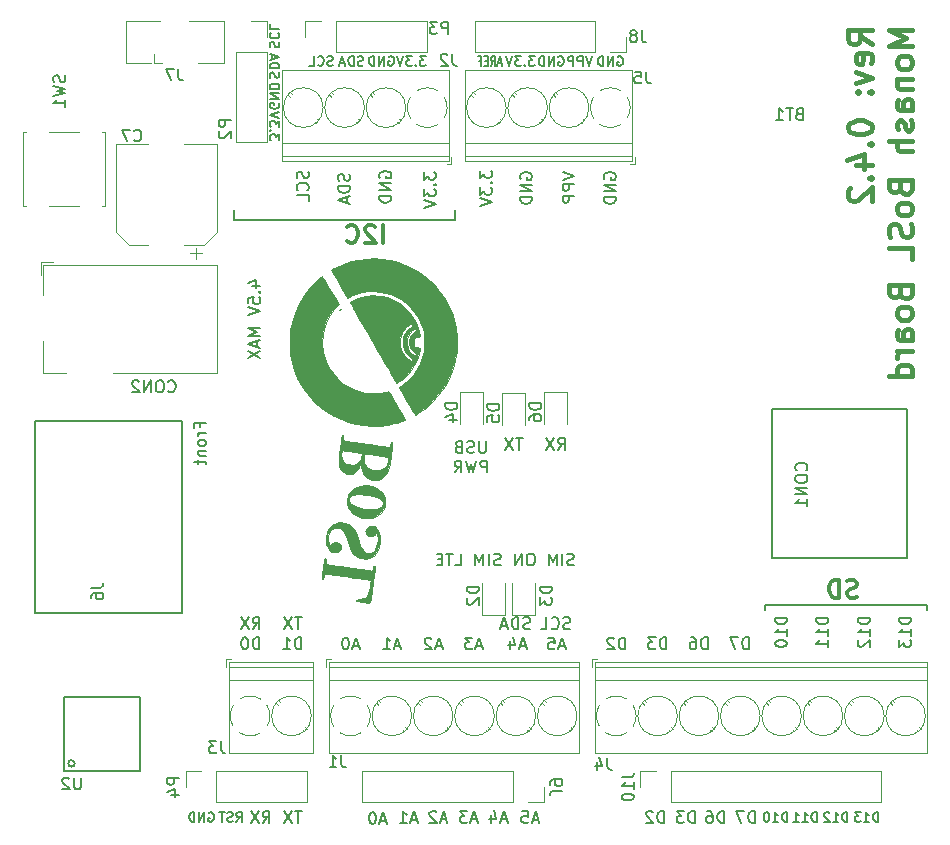
<source format=gbo>
G04 #@! TF.GenerationSoftware,KiCad,Pcbnew,(5.1.5)-3*
G04 #@! TF.CreationDate,2020-11-27T10:24:00+11:00*
G04 #@! TF.ProjectId,BoSL,426f534c-2e6b-4696-9361-645f70636258,0.4.2*
G04 #@! TF.SameCoordinates,Original*
G04 #@! TF.FileFunction,Legend,Bot*
G04 #@! TF.FilePolarity,Positive*
%FSLAX46Y46*%
G04 Gerber Fmt 4.6, Leading zero omitted, Abs format (unit mm)*
G04 Created by KiCad (PCBNEW (5.1.5)-3) date 2020-11-27 10:24:00*
%MOMM*%
%LPD*%
G04 APERTURE LIST*
%ADD10C,0.150000*%
%ADD11C,0.300000*%
%ADD12C,0.450000*%
%ADD13C,0.010000*%
%ADD14C,0.120000*%
G04 APERTURE END LIST*
D10*
X134685714Y-86590476D02*
X135352380Y-86590476D01*
X134304761Y-86352380D02*
X135019047Y-86114285D01*
X135019047Y-86733333D01*
X135257142Y-87114285D02*
X135304761Y-87161904D01*
X135352380Y-87114285D01*
X135304761Y-87066666D01*
X135257142Y-87114285D01*
X135352380Y-87114285D01*
X134352380Y-88066666D02*
X134352380Y-87590476D01*
X134828571Y-87542857D01*
X134780952Y-87590476D01*
X134733333Y-87685714D01*
X134733333Y-87923809D01*
X134780952Y-88019047D01*
X134828571Y-88066666D01*
X134923809Y-88114285D01*
X135161904Y-88114285D01*
X135257142Y-88066666D01*
X135304761Y-88019047D01*
X135352380Y-87923809D01*
X135352380Y-87685714D01*
X135304761Y-87590476D01*
X135257142Y-87542857D01*
X134352380Y-88400000D02*
X135352380Y-88733333D01*
X134352380Y-89066666D01*
X135352380Y-90161904D02*
X134352380Y-90161904D01*
X135066666Y-90495238D01*
X134352380Y-90828571D01*
X135352380Y-90828571D01*
X135066666Y-91257142D02*
X135066666Y-91733333D01*
X135352380Y-91161904D02*
X134352380Y-91495238D01*
X135352380Y-91828571D01*
X134352380Y-92066666D02*
X135352380Y-92733333D01*
X134352380Y-92733333D02*
X135352380Y-92066666D01*
X160566666Y-100452380D02*
X160900000Y-99976190D01*
X161138095Y-100452380D02*
X161138095Y-99452380D01*
X160757142Y-99452380D01*
X160661904Y-99500000D01*
X160614285Y-99547619D01*
X160566666Y-99642857D01*
X160566666Y-99785714D01*
X160614285Y-99880952D01*
X160661904Y-99928571D01*
X160757142Y-99976190D01*
X161138095Y-99976190D01*
X160233333Y-99452380D02*
X159566666Y-100452380D01*
X159566666Y-99452380D02*
X160233333Y-100452380D01*
X157561904Y-99452380D02*
X156990476Y-99452380D01*
X157276190Y-100452380D02*
X157276190Y-99452380D01*
X156752380Y-99452380D02*
X156085714Y-100452380D01*
X156085714Y-99452380D02*
X156752380Y-100452380D01*
X154461904Y-99727380D02*
X154461904Y-100536904D01*
X154414285Y-100632142D01*
X154366666Y-100679761D01*
X154271428Y-100727380D01*
X154080952Y-100727380D01*
X153985714Y-100679761D01*
X153938095Y-100632142D01*
X153890476Y-100536904D01*
X153890476Y-99727380D01*
X153461904Y-100679761D02*
X153319047Y-100727380D01*
X153080952Y-100727380D01*
X152985714Y-100679761D01*
X152938095Y-100632142D01*
X152890476Y-100536904D01*
X152890476Y-100441666D01*
X152938095Y-100346428D01*
X152985714Y-100298809D01*
X153080952Y-100251190D01*
X153271428Y-100203571D01*
X153366666Y-100155952D01*
X153414285Y-100108333D01*
X153461904Y-100013095D01*
X153461904Y-99917857D01*
X153414285Y-99822619D01*
X153366666Y-99775000D01*
X153271428Y-99727380D01*
X153033333Y-99727380D01*
X152890476Y-99775000D01*
X152128571Y-100203571D02*
X151985714Y-100251190D01*
X151938095Y-100298809D01*
X151890476Y-100394047D01*
X151890476Y-100536904D01*
X151938095Y-100632142D01*
X151985714Y-100679761D01*
X152080952Y-100727380D01*
X152461904Y-100727380D01*
X152461904Y-99727380D01*
X152128571Y-99727380D01*
X152033333Y-99775000D01*
X151985714Y-99822619D01*
X151938095Y-99917857D01*
X151938095Y-100013095D01*
X151985714Y-100108333D01*
X152033333Y-100155952D01*
X152128571Y-100203571D01*
X152461904Y-100203571D01*
X154533333Y-102377380D02*
X154533333Y-101377380D01*
X154152380Y-101377380D01*
X154057142Y-101425000D01*
X154009523Y-101472619D01*
X153961904Y-101567857D01*
X153961904Y-101710714D01*
X154009523Y-101805952D01*
X154057142Y-101853571D01*
X154152380Y-101901190D01*
X154533333Y-101901190D01*
X153628571Y-101377380D02*
X153390476Y-102377380D01*
X153200000Y-101663095D01*
X153009523Y-102377380D01*
X152771428Y-101377380D01*
X151819047Y-102377380D02*
X152152380Y-101901190D01*
X152390476Y-102377380D02*
X152390476Y-101377380D01*
X152009523Y-101377380D01*
X151914285Y-101425000D01*
X151866666Y-101472619D01*
X151819047Y-101567857D01*
X151819047Y-101710714D01*
X151866666Y-101805952D01*
X151914285Y-101853571D01*
X152009523Y-101901190D01*
X152390476Y-101901190D01*
X155714285Y-110204761D02*
X155571428Y-110252380D01*
X155333333Y-110252380D01*
X155238095Y-110204761D01*
X155190476Y-110157142D01*
X155142857Y-110061904D01*
X155142857Y-109966666D01*
X155190476Y-109871428D01*
X155238095Y-109823809D01*
X155333333Y-109776190D01*
X155523809Y-109728571D01*
X155619047Y-109680952D01*
X155666666Y-109633333D01*
X155714285Y-109538095D01*
X155714285Y-109442857D01*
X155666666Y-109347619D01*
X155619047Y-109300000D01*
X155523809Y-109252380D01*
X155285714Y-109252380D01*
X155142857Y-109300000D01*
X154714285Y-110252380D02*
X154714285Y-109252380D01*
X154238095Y-110252380D02*
X154238095Y-109252380D01*
X153904761Y-109966666D01*
X153571428Y-109252380D01*
X153571428Y-110252380D01*
X151857142Y-110252380D02*
X152333333Y-110252380D01*
X152333333Y-109252380D01*
X151666666Y-109252380D02*
X151095238Y-109252380D01*
X151380952Y-110252380D02*
X151380952Y-109252380D01*
X150761904Y-109728571D02*
X150428571Y-109728571D01*
X150285714Y-110252380D02*
X150761904Y-110252380D01*
X150761904Y-109252380D01*
X150285714Y-109252380D01*
X161923809Y-110204761D02*
X161780952Y-110252380D01*
X161542857Y-110252380D01*
X161447619Y-110204761D01*
X161400000Y-110157142D01*
X161352380Y-110061904D01*
X161352380Y-109966666D01*
X161400000Y-109871428D01*
X161447619Y-109823809D01*
X161542857Y-109776190D01*
X161733333Y-109728571D01*
X161828571Y-109680952D01*
X161876190Y-109633333D01*
X161923809Y-109538095D01*
X161923809Y-109442857D01*
X161876190Y-109347619D01*
X161828571Y-109300000D01*
X161733333Y-109252380D01*
X161495238Y-109252380D01*
X161352380Y-109300000D01*
X160923809Y-110252380D02*
X160923809Y-109252380D01*
X160447619Y-110252380D02*
X160447619Y-109252380D01*
X160114285Y-109966666D01*
X159780952Y-109252380D01*
X159780952Y-110252380D01*
X158352380Y-109252380D02*
X158161904Y-109252380D01*
X158066666Y-109300000D01*
X157971428Y-109395238D01*
X157923809Y-109585714D01*
X157923809Y-109919047D01*
X157971428Y-110109523D01*
X158066666Y-110204761D01*
X158161904Y-110252380D01*
X158352380Y-110252380D01*
X158447619Y-110204761D01*
X158542857Y-110109523D01*
X158590476Y-109919047D01*
X158590476Y-109585714D01*
X158542857Y-109395238D01*
X158447619Y-109300000D01*
X158352380Y-109252380D01*
X157495238Y-110252380D02*
X157495238Y-109252380D01*
X156923809Y-110252380D01*
X156923809Y-109252380D01*
X136202190Y-66402380D02*
X136164095Y-66288095D01*
X136164095Y-66097619D01*
X136202190Y-66021428D01*
X136240285Y-65983333D01*
X136316476Y-65945238D01*
X136392666Y-65945238D01*
X136468857Y-65983333D01*
X136506952Y-66021428D01*
X136545047Y-66097619D01*
X136583142Y-66250000D01*
X136621238Y-66326190D01*
X136659333Y-66364285D01*
X136735523Y-66402380D01*
X136811714Y-66402380D01*
X136887904Y-66364285D01*
X136926000Y-66326190D01*
X136964095Y-66250000D01*
X136964095Y-66059523D01*
X136926000Y-65945238D01*
X136240285Y-65145238D02*
X136202190Y-65183333D01*
X136164095Y-65297619D01*
X136164095Y-65373809D01*
X136202190Y-65488095D01*
X136278380Y-65564285D01*
X136354571Y-65602380D01*
X136506952Y-65640476D01*
X136621238Y-65640476D01*
X136773619Y-65602380D01*
X136849809Y-65564285D01*
X136926000Y-65488095D01*
X136964095Y-65373809D01*
X136964095Y-65297619D01*
X136926000Y-65183333D01*
X136887904Y-65145238D01*
X136164095Y-64421428D02*
X136164095Y-64802380D01*
X136964095Y-64802380D01*
X136964095Y-74250952D02*
X136964095Y-73755714D01*
X136659333Y-74022380D01*
X136659333Y-73908095D01*
X136621238Y-73831904D01*
X136583142Y-73793809D01*
X136506952Y-73755714D01*
X136316476Y-73755714D01*
X136240285Y-73793809D01*
X136202190Y-73831904D01*
X136164095Y-73908095D01*
X136164095Y-74136666D01*
X136202190Y-74212857D01*
X136240285Y-74250952D01*
X136240285Y-73412857D02*
X136202190Y-73374761D01*
X136164095Y-73412857D01*
X136202190Y-73450952D01*
X136240285Y-73412857D01*
X136164095Y-73412857D01*
X136964095Y-73108095D02*
X136964095Y-72612857D01*
X136659333Y-72879523D01*
X136659333Y-72765238D01*
X136621238Y-72689047D01*
X136583142Y-72650952D01*
X136506952Y-72612857D01*
X136316476Y-72612857D01*
X136240285Y-72650952D01*
X136202190Y-72689047D01*
X136164095Y-72765238D01*
X136164095Y-72993809D01*
X136202190Y-73070000D01*
X136240285Y-73108095D01*
X136964095Y-72384285D02*
X136164095Y-72117619D01*
X136964095Y-71850952D01*
X136202190Y-68961428D02*
X136164095Y-68847142D01*
X136164095Y-68656666D01*
X136202190Y-68580476D01*
X136240285Y-68542380D01*
X136316476Y-68504285D01*
X136392666Y-68504285D01*
X136468857Y-68542380D01*
X136506952Y-68580476D01*
X136545047Y-68656666D01*
X136583142Y-68809047D01*
X136621238Y-68885238D01*
X136659333Y-68923333D01*
X136735523Y-68961428D01*
X136811714Y-68961428D01*
X136887904Y-68923333D01*
X136926000Y-68885238D01*
X136964095Y-68809047D01*
X136964095Y-68618571D01*
X136926000Y-68504285D01*
X136164095Y-68161428D02*
X136964095Y-68161428D01*
X136964095Y-67970952D01*
X136926000Y-67856666D01*
X136849809Y-67780476D01*
X136773619Y-67742380D01*
X136621238Y-67704285D01*
X136506952Y-67704285D01*
X136354571Y-67742380D01*
X136278380Y-67780476D01*
X136202190Y-67856666D01*
X136164095Y-67970952D01*
X136164095Y-68161428D01*
X136392666Y-67399523D02*
X136392666Y-67018571D01*
X136164095Y-67475714D02*
X136964095Y-67209047D01*
X136164095Y-66942380D01*
X136926000Y-71139523D02*
X136964095Y-71215714D01*
X136964095Y-71330000D01*
X136926000Y-71444285D01*
X136849809Y-71520476D01*
X136773619Y-71558571D01*
X136621238Y-71596666D01*
X136506952Y-71596666D01*
X136354571Y-71558571D01*
X136278380Y-71520476D01*
X136202190Y-71444285D01*
X136164095Y-71330000D01*
X136164095Y-71253809D01*
X136202190Y-71139523D01*
X136240285Y-71101428D01*
X136506952Y-71101428D01*
X136506952Y-71253809D01*
X136164095Y-70758571D02*
X136964095Y-70758571D01*
X136164095Y-70301428D01*
X136964095Y-70301428D01*
X136164095Y-69920476D02*
X136964095Y-69920476D01*
X136964095Y-69730000D01*
X136926000Y-69615714D01*
X136849809Y-69539523D01*
X136773619Y-69501428D01*
X136621238Y-69463333D01*
X136506952Y-69463333D01*
X136354571Y-69501428D01*
X136278380Y-69539523D01*
X136202190Y-69615714D01*
X136164095Y-69730000D01*
X136164095Y-69920476D01*
X135566666Y-132052380D02*
X135900000Y-131576190D01*
X136138095Y-132052380D02*
X136138095Y-131052380D01*
X135757142Y-131052380D01*
X135661904Y-131100000D01*
X135614285Y-131147619D01*
X135566666Y-131242857D01*
X135566666Y-131385714D01*
X135614285Y-131480952D01*
X135661904Y-131528571D01*
X135757142Y-131576190D01*
X136138095Y-131576190D01*
X135233333Y-131052380D02*
X134566666Y-132052380D01*
X134566666Y-131052380D02*
X135233333Y-132052380D01*
X138861904Y-131052380D02*
X138290476Y-131052380D01*
X138576190Y-132052380D02*
X138576190Y-131052380D01*
X138052380Y-131052380D02*
X137385714Y-132052380D01*
X137385714Y-131052380D02*
X138052380Y-132052380D01*
X134716666Y-115652380D02*
X135050000Y-115176190D01*
X135288095Y-115652380D02*
X135288095Y-114652380D01*
X134907142Y-114652380D01*
X134811904Y-114700000D01*
X134764285Y-114747619D01*
X134716666Y-114842857D01*
X134716666Y-114985714D01*
X134764285Y-115080952D01*
X134811904Y-115128571D01*
X134907142Y-115176190D01*
X135288095Y-115176190D01*
X134383333Y-114652380D02*
X133716666Y-115652380D01*
X133716666Y-114652380D02*
X134383333Y-115652380D01*
X138861904Y-114652380D02*
X138290476Y-114652380D01*
X138576190Y-115652380D02*
X138576190Y-114652380D01*
X138052380Y-114652380D02*
X137385714Y-115652380D01*
X137385714Y-114652380D02*
X138052380Y-115652380D01*
D11*
X145714285Y-82928571D02*
X145714285Y-81428571D01*
X145071428Y-81571428D02*
X145000000Y-81500000D01*
X144857142Y-81428571D01*
X144500000Y-81428571D01*
X144357142Y-81500000D01*
X144285714Y-81571428D01*
X144214285Y-81714285D01*
X144214285Y-81857142D01*
X144285714Y-82071428D01*
X145142857Y-82928571D01*
X144214285Y-82928571D01*
X142714285Y-82785714D02*
X142785714Y-82857142D01*
X143000000Y-82928571D01*
X143142857Y-82928571D01*
X143357142Y-82857142D01*
X143500000Y-82714285D01*
X143571428Y-82571428D01*
X143642857Y-82285714D01*
X143642857Y-82071428D01*
X143571428Y-81785714D01*
X143500000Y-81642857D01*
X143357142Y-81500000D01*
X143142857Y-81428571D01*
X143000000Y-81428571D01*
X142785714Y-81500000D01*
X142714285Y-81571428D01*
D10*
X133100000Y-80150000D02*
X133100000Y-80950000D01*
X151850000Y-81050000D02*
X133100000Y-81000000D01*
X151850000Y-81050000D02*
X151850000Y-80150000D01*
X191800000Y-113600000D02*
X191800000Y-114000000D01*
X178100000Y-113600000D02*
X178100000Y-114000000D01*
X178100000Y-113600000D02*
X191800000Y-113600000D01*
X139404761Y-76909523D02*
X139452380Y-77052380D01*
X139452380Y-77290476D01*
X139404761Y-77385714D01*
X139357142Y-77433333D01*
X139261904Y-77480952D01*
X139166666Y-77480952D01*
X139071428Y-77433333D01*
X139023809Y-77385714D01*
X138976190Y-77290476D01*
X138928571Y-77100000D01*
X138880952Y-77004761D01*
X138833333Y-76957142D01*
X138738095Y-76909523D01*
X138642857Y-76909523D01*
X138547619Y-76957142D01*
X138500000Y-77004761D01*
X138452380Y-77100000D01*
X138452380Y-77338095D01*
X138500000Y-77480952D01*
X139357142Y-78480952D02*
X139404761Y-78433333D01*
X139452380Y-78290476D01*
X139452380Y-78195238D01*
X139404761Y-78052380D01*
X139309523Y-77957142D01*
X139214285Y-77909523D01*
X139023809Y-77861904D01*
X138880952Y-77861904D01*
X138690476Y-77909523D01*
X138595238Y-77957142D01*
X138500000Y-78052380D01*
X138452380Y-78195238D01*
X138452380Y-78290476D01*
X138500000Y-78433333D01*
X138547619Y-78480952D01*
X139452380Y-79385714D02*
X139452380Y-78909523D01*
X138452380Y-78909523D01*
X142904761Y-77135714D02*
X142952380Y-77278571D01*
X142952380Y-77516666D01*
X142904761Y-77611904D01*
X142857142Y-77659523D01*
X142761904Y-77707142D01*
X142666666Y-77707142D01*
X142571428Y-77659523D01*
X142523809Y-77611904D01*
X142476190Y-77516666D01*
X142428571Y-77326190D01*
X142380952Y-77230952D01*
X142333333Y-77183333D01*
X142238095Y-77135714D01*
X142142857Y-77135714D01*
X142047619Y-77183333D01*
X142000000Y-77230952D01*
X141952380Y-77326190D01*
X141952380Y-77564285D01*
X142000000Y-77707142D01*
X142952380Y-78135714D02*
X141952380Y-78135714D01*
X141952380Y-78373809D01*
X142000000Y-78516666D01*
X142095238Y-78611904D01*
X142190476Y-78659523D01*
X142380952Y-78707142D01*
X142523809Y-78707142D01*
X142714285Y-78659523D01*
X142809523Y-78611904D01*
X142904761Y-78516666D01*
X142952380Y-78373809D01*
X142952380Y-78135714D01*
X142666666Y-79088095D02*
X142666666Y-79564285D01*
X142952380Y-78992857D02*
X141952380Y-79326190D01*
X142952380Y-79659523D01*
X145500000Y-77438095D02*
X145452380Y-77342857D01*
X145452380Y-77200000D01*
X145500000Y-77057142D01*
X145595238Y-76961904D01*
X145690476Y-76914285D01*
X145880952Y-76866666D01*
X146023809Y-76866666D01*
X146214285Y-76914285D01*
X146309523Y-76961904D01*
X146404761Y-77057142D01*
X146452380Y-77200000D01*
X146452380Y-77295238D01*
X146404761Y-77438095D01*
X146357142Y-77485714D01*
X146023809Y-77485714D01*
X146023809Y-77295238D01*
X146452380Y-77914285D02*
X145452380Y-77914285D01*
X146452380Y-78485714D01*
X145452380Y-78485714D01*
X146452380Y-78961904D02*
X145452380Y-78961904D01*
X145452380Y-79200000D01*
X145500000Y-79342857D01*
X145595238Y-79438095D01*
X145690476Y-79485714D01*
X145880952Y-79533333D01*
X146023809Y-79533333D01*
X146214285Y-79485714D01*
X146309523Y-79438095D01*
X146404761Y-79342857D01*
X146452380Y-79200000D01*
X146452380Y-78961904D01*
X149202380Y-76973809D02*
X149202380Y-77592857D01*
X149583333Y-77259523D01*
X149583333Y-77402380D01*
X149630952Y-77497619D01*
X149678571Y-77545238D01*
X149773809Y-77592857D01*
X150011904Y-77592857D01*
X150107142Y-77545238D01*
X150154761Y-77497619D01*
X150202380Y-77402380D01*
X150202380Y-77116666D01*
X150154761Y-77021428D01*
X150107142Y-76973809D01*
X150107142Y-78021428D02*
X150154761Y-78069047D01*
X150202380Y-78021428D01*
X150154761Y-77973809D01*
X150107142Y-78021428D01*
X150202380Y-78021428D01*
X149202380Y-78402380D02*
X149202380Y-79021428D01*
X149583333Y-78688095D01*
X149583333Y-78830952D01*
X149630952Y-78926190D01*
X149678571Y-78973809D01*
X149773809Y-79021428D01*
X150011904Y-79021428D01*
X150107142Y-78973809D01*
X150154761Y-78926190D01*
X150202380Y-78830952D01*
X150202380Y-78545238D01*
X150154761Y-78450000D01*
X150107142Y-78402380D01*
X149202380Y-79307142D02*
X150202380Y-79640476D01*
X149202380Y-79973809D01*
D11*
X185878571Y-112907142D02*
X185664285Y-112978571D01*
X185307142Y-112978571D01*
X185164285Y-112907142D01*
X185092857Y-112835714D01*
X185021428Y-112692857D01*
X185021428Y-112550000D01*
X185092857Y-112407142D01*
X185164285Y-112335714D01*
X185307142Y-112264285D01*
X185592857Y-112192857D01*
X185735714Y-112121428D01*
X185807142Y-112050000D01*
X185878571Y-111907142D01*
X185878571Y-111764285D01*
X185807142Y-111621428D01*
X185735714Y-111550000D01*
X185592857Y-111478571D01*
X185235714Y-111478571D01*
X185021428Y-111550000D01*
X184378571Y-112978571D02*
X184378571Y-111478571D01*
X184021428Y-111478571D01*
X183807142Y-111550000D01*
X183664285Y-111692857D01*
X183592857Y-111835714D01*
X183521428Y-112121428D01*
X183521428Y-112335714D01*
X183592857Y-112621428D01*
X183664285Y-112764285D01*
X183807142Y-112907142D01*
X184021428Y-112978571D01*
X184378571Y-112978571D01*
D12*
X187129761Y-66111547D02*
X186177380Y-65444880D01*
X187129761Y-64968690D02*
X185129761Y-64968690D01*
X185129761Y-65730595D01*
X185225000Y-65921071D01*
X185320238Y-66016309D01*
X185510714Y-66111547D01*
X185796428Y-66111547D01*
X185986904Y-66016309D01*
X186082142Y-65921071D01*
X186177380Y-65730595D01*
X186177380Y-64968690D01*
X187034523Y-67730595D02*
X187129761Y-67540119D01*
X187129761Y-67159166D01*
X187034523Y-66968690D01*
X186844047Y-66873452D01*
X186082142Y-66873452D01*
X185891666Y-66968690D01*
X185796428Y-67159166D01*
X185796428Y-67540119D01*
X185891666Y-67730595D01*
X186082142Y-67825833D01*
X186272619Y-67825833D01*
X186463095Y-66873452D01*
X185796428Y-68492500D02*
X187129761Y-68968690D01*
X185796428Y-69444880D01*
X186939285Y-70206785D02*
X187034523Y-70302023D01*
X187129761Y-70206785D01*
X187034523Y-70111547D01*
X186939285Y-70206785D01*
X187129761Y-70206785D01*
X185891666Y-70206785D02*
X185986904Y-70302023D01*
X186082142Y-70206785D01*
X185986904Y-70111547D01*
X185891666Y-70206785D01*
X186082142Y-70206785D01*
X185129761Y-73063928D02*
X185129761Y-73254404D01*
X185225000Y-73444880D01*
X185320238Y-73540119D01*
X185510714Y-73635357D01*
X185891666Y-73730595D01*
X186367857Y-73730595D01*
X186748809Y-73635357D01*
X186939285Y-73540119D01*
X187034523Y-73444880D01*
X187129761Y-73254404D01*
X187129761Y-73063928D01*
X187034523Y-72873452D01*
X186939285Y-72778214D01*
X186748809Y-72682976D01*
X186367857Y-72587738D01*
X185891666Y-72587738D01*
X185510714Y-72682976D01*
X185320238Y-72778214D01*
X185225000Y-72873452D01*
X185129761Y-73063928D01*
X186939285Y-74587738D02*
X187034523Y-74682976D01*
X187129761Y-74587738D01*
X187034523Y-74492500D01*
X186939285Y-74587738D01*
X187129761Y-74587738D01*
X185796428Y-76397261D02*
X187129761Y-76397261D01*
X185034523Y-75921071D02*
X186463095Y-75444880D01*
X186463095Y-76682976D01*
X186939285Y-77444880D02*
X187034523Y-77540119D01*
X187129761Y-77444880D01*
X187034523Y-77349642D01*
X186939285Y-77444880D01*
X187129761Y-77444880D01*
X185320238Y-78302023D02*
X185225000Y-78397261D01*
X185129761Y-78587738D01*
X185129761Y-79063928D01*
X185225000Y-79254404D01*
X185320238Y-79349642D01*
X185510714Y-79444880D01*
X185701190Y-79444880D01*
X185986904Y-79349642D01*
X187129761Y-78206785D01*
X187129761Y-79444880D01*
X190579761Y-64968690D02*
X188579761Y-64968690D01*
X190008333Y-65635357D01*
X188579761Y-66302023D01*
X190579761Y-66302023D01*
X190579761Y-67540119D02*
X190484523Y-67349642D01*
X190389285Y-67254404D01*
X190198809Y-67159166D01*
X189627380Y-67159166D01*
X189436904Y-67254404D01*
X189341666Y-67349642D01*
X189246428Y-67540119D01*
X189246428Y-67825833D01*
X189341666Y-68016309D01*
X189436904Y-68111547D01*
X189627380Y-68206785D01*
X190198809Y-68206785D01*
X190389285Y-68111547D01*
X190484523Y-68016309D01*
X190579761Y-67825833D01*
X190579761Y-67540119D01*
X189246428Y-69063928D02*
X190579761Y-69063928D01*
X189436904Y-69063928D02*
X189341666Y-69159166D01*
X189246428Y-69349642D01*
X189246428Y-69635357D01*
X189341666Y-69825833D01*
X189532142Y-69921071D01*
X190579761Y-69921071D01*
X190579761Y-71730595D02*
X189532142Y-71730595D01*
X189341666Y-71635357D01*
X189246428Y-71444880D01*
X189246428Y-71063928D01*
X189341666Y-70873452D01*
X190484523Y-71730595D02*
X190579761Y-71540119D01*
X190579761Y-71063928D01*
X190484523Y-70873452D01*
X190294047Y-70778214D01*
X190103571Y-70778214D01*
X189913095Y-70873452D01*
X189817857Y-71063928D01*
X189817857Y-71540119D01*
X189722619Y-71730595D01*
X190484523Y-72587738D02*
X190579761Y-72778214D01*
X190579761Y-73159166D01*
X190484523Y-73349642D01*
X190294047Y-73444880D01*
X190198809Y-73444880D01*
X190008333Y-73349642D01*
X189913095Y-73159166D01*
X189913095Y-72873452D01*
X189817857Y-72682976D01*
X189627380Y-72587738D01*
X189532142Y-72587738D01*
X189341666Y-72682976D01*
X189246428Y-72873452D01*
X189246428Y-73159166D01*
X189341666Y-73349642D01*
X190579761Y-74302023D02*
X188579761Y-74302023D01*
X190579761Y-75159166D02*
X189532142Y-75159166D01*
X189341666Y-75063928D01*
X189246428Y-74873452D01*
X189246428Y-74587738D01*
X189341666Y-74397261D01*
X189436904Y-74302023D01*
X189532142Y-78302023D02*
X189627380Y-78587738D01*
X189722619Y-78682976D01*
X189913095Y-78778214D01*
X190198809Y-78778214D01*
X190389285Y-78682976D01*
X190484523Y-78587738D01*
X190579761Y-78397261D01*
X190579761Y-77635357D01*
X188579761Y-77635357D01*
X188579761Y-78302023D01*
X188675000Y-78492499D01*
X188770238Y-78587738D01*
X188960714Y-78682976D01*
X189151190Y-78682976D01*
X189341666Y-78587738D01*
X189436904Y-78492499D01*
X189532142Y-78302023D01*
X189532142Y-77635357D01*
X190579761Y-79921071D02*
X190484523Y-79730595D01*
X190389285Y-79635357D01*
X190198809Y-79540119D01*
X189627380Y-79540119D01*
X189436904Y-79635357D01*
X189341666Y-79730595D01*
X189246428Y-79921071D01*
X189246428Y-80206785D01*
X189341666Y-80397261D01*
X189436904Y-80492499D01*
X189627380Y-80587738D01*
X190198809Y-80587738D01*
X190389285Y-80492499D01*
X190484523Y-80397261D01*
X190579761Y-80206785D01*
X190579761Y-79921071D01*
X190484523Y-81349642D02*
X190579761Y-81635357D01*
X190579761Y-82111547D01*
X190484523Y-82302023D01*
X190389285Y-82397261D01*
X190198809Y-82492499D01*
X190008333Y-82492499D01*
X189817857Y-82397261D01*
X189722619Y-82302023D01*
X189627380Y-82111547D01*
X189532142Y-81730595D01*
X189436904Y-81540119D01*
X189341666Y-81444880D01*
X189151190Y-81349642D01*
X188960714Y-81349642D01*
X188770238Y-81444880D01*
X188675000Y-81540119D01*
X188579761Y-81730595D01*
X188579761Y-82206785D01*
X188675000Y-82492499D01*
X190579761Y-84302023D02*
X190579761Y-83349642D01*
X188579761Y-83349642D01*
X189532142Y-87159166D02*
X189627380Y-87444880D01*
X189722619Y-87540119D01*
X189913095Y-87635357D01*
X190198809Y-87635357D01*
X190389285Y-87540119D01*
X190484523Y-87444880D01*
X190579761Y-87254404D01*
X190579761Y-86492499D01*
X188579761Y-86492499D01*
X188579761Y-87159166D01*
X188675000Y-87349642D01*
X188770238Y-87444880D01*
X188960714Y-87540119D01*
X189151190Y-87540119D01*
X189341666Y-87444880D01*
X189436904Y-87349642D01*
X189532142Y-87159166D01*
X189532142Y-86492499D01*
X190579761Y-88778214D02*
X190484523Y-88587738D01*
X190389285Y-88492499D01*
X190198809Y-88397261D01*
X189627380Y-88397261D01*
X189436904Y-88492499D01*
X189341666Y-88587738D01*
X189246428Y-88778214D01*
X189246428Y-89063928D01*
X189341666Y-89254404D01*
X189436904Y-89349642D01*
X189627380Y-89444880D01*
X190198809Y-89444880D01*
X190389285Y-89349642D01*
X190484523Y-89254404D01*
X190579761Y-89063928D01*
X190579761Y-88778214D01*
X190579761Y-91159166D02*
X189532142Y-91159166D01*
X189341666Y-91063928D01*
X189246428Y-90873452D01*
X189246428Y-90492499D01*
X189341666Y-90302023D01*
X190484523Y-91159166D02*
X190579761Y-90968690D01*
X190579761Y-90492499D01*
X190484523Y-90302023D01*
X190294047Y-90206785D01*
X190103571Y-90206785D01*
X189913095Y-90302023D01*
X189817857Y-90492499D01*
X189817857Y-90968690D01*
X189722619Y-91159166D01*
X190579761Y-92111547D02*
X189246428Y-92111547D01*
X189627380Y-92111547D02*
X189436904Y-92206785D01*
X189341666Y-92302023D01*
X189246428Y-92492499D01*
X189246428Y-92682976D01*
X190579761Y-94206785D02*
X188579761Y-94206785D01*
X190484523Y-94206785D02*
X190579761Y-94016309D01*
X190579761Y-93635357D01*
X190484523Y-93444880D01*
X190389285Y-93349642D01*
X190198809Y-93254404D01*
X189627380Y-93254404D01*
X189436904Y-93349642D01*
X189341666Y-93444880D01*
X189246428Y-93635357D01*
X189246428Y-94016309D01*
X189341666Y-94206785D01*
D10*
X155771428Y-67733333D02*
X155485714Y-67733333D01*
X155828571Y-67961904D02*
X155628571Y-67161904D01*
X155428571Y-67961904D01*
X154885714Y-67961904D02*
X155085714Y-67580952D01*
X155228571Y-67961904D02*
X155228571Y-67161904D01*
X155000000Y-67161904D01*
X154942857Y-67200000D01*
X154914285Y-67238095D01*
X154885714Y-67314285D01*
X154885714Y-67428571D01*
X154914285Y-67504761D01*
X154942857Y-67542857D01*
X155000000Y-67580952D01*
X155228571Y-67580952D01*
X154628571Y-67542857D02*
X154428571Y-67542857D01*
X154342857Y-67961904D02*
X154628571Y-67961904D01*
X154628571Y-67161904D01*
X154342857Y-67161904D01*
X153885714Y-67542857D02*
X154085714Y-67542857D01*
X154085714Y-67961904D02*
X154085714Y-67161904D01*
X153800000Y-67161904D01*
X163466666Y-67161904D02*
X163200000Y-67961904D01*
X162933333Y-67161904D01*
X162666666Y-67961904D02*
X162666666Y-67161904D01*
X162361904Y-67161904D01*
X162285714Y-67200000D01*
X162247619Y-67238095D01*
X162209523Y-67314285D01*
X162209523Y-67428571D01*
X162247619Y-67504761D01*
X162285714Y-67542857D01*
X162361904Y-67580952D01*
X162666666Y-67580952D01*
X161866666Y-67961904D02*
X161866666Y-67161904D01*
X161561904Y-67161904D01*
X161485714Y-67200000D01*
X161447619Y-67238095D01*
X161409523Y-67314285D01*
X161409523Y-67428571D01*
X161447619Y-67504761D01*
X161485714Y-67542857D01*
X161561904Y-67580952D01*
X161866666Y-67580952D01*
X160952380Y-76966666D02*
X161952380Y-77300000D01*
X160952380Y-77633333D01*
X161952380Y-77966666D02*
X160952380Y-77966666D01*
X160952380Y-78347619D01*
X161000000Y-78442857D01*
X161047619Y-78490476D01*
X161142857Y-78538095D01*
X161285714Y-78538095D01*
X161380952Y-78490476D01*
X161428571Y-78442857D01*
X161476190Y-78347619D01*
X161476190Y-77966666D01*
X161952380Y-78966666D02*
X160952380Y-78966666D01*
X160952380Y-79347619D01*
X161000000Y-79442857D01*
X161047619Y-79490476D01*
X161142857Y-79538095D01*
X161285714Y-79538095D01*
X161380952Y-79490476D01*
X161428571Y-79442857D01*
X161476190Y-79347619D01*
X161476190Y-78966666D01*
X153952380Y-76823809D02*
X153952380Y-77442857D01*
X154333333Y-77109523D01*
X154333333Y-77252380D01*
X154380952Y-77347619D01*
X154428571Y-77395238D01*
X154523809Y-77442857D01*
X154761904Y-77442857D01*
X154857142Y-77395238D01*
X154904761Y-77347619D01*
X154952380Y-77252380D01*
X154952380Y-76966666D01*
X154904761Y-76871428D01*
X154857142Y-76823809D01*
X154857142Y-77871428D02*
X154904761Y-77919047D01*
X154952380Y-77871428D01*
X154904761Y-77823809D01*
X154857142Y-77871428D01*
X154952380Y-77871428D01*
X153952380Y-78252380D02*
X153952380Y-78871428D01*
X154333333Y-78538095D01*
X154333333Y-78680952D01*
X154380952Y-78776190D01*
X154428571Y-78823809D01*
X154523809Y-78871428D01*
X154761904Y-78871428D01*
X154857142Y-78823809D01*
X154904761Y-78776190D01*
X154952380Y-78680952D01*
X154952380Y-78395238D01*
X154904761Y-78300000D01*
X154857142Y-78252380D01*
X153952380Y-79157142D02*
X154952380Y-79490476D01*
X153952380Y-79823809D01*
X158580952Y-67161904D02*
X158085714Y-67161904D01*
X158352380Y-67466666D01*
X158238095Y-67466666D01*
X158161904Y-67504761D01*
X158123809Y-67542857D01*
X158085714Y-67619047D01*
X158085714Y-67809523D01*
X158123809Y-67885714D01*
X158161904Y-67923809D01*
X158238095Y-67961904D01*
X158466666Y-67961904D01*
X158542857Y-67923809D01*
X158580952Y-67885714D01*
X157742857Y-67885714D02*
X157704761Y-67923809D01*
X157742857Y-67961904D01*
X157780952Y-67923809D01*
X157742857Y-67885714D01*
X157742857Y-67961904D01*
X157438095Y-67161904D02*
X156942857Y-67161904D01*
X157209523Y-67466666D01*
X157095238Y-67466666D01*
X157019047Y-67504761D01*
X156980952Y-67542857D01*
X156942857Y-67619047D01*
X156942857Y-67809523D01*
X156980952Y-67885714D01*
X157019047Y-67923809D01*
X157095238Y-67961904D01*
X157323809Y-67961904D01*
X157400000Y-67923809D01*
X157438095Y-67885714D01*
X156714285Y-67161904D02*
X156447619Y-67961904D01*
X156180952Y-67161904D01*
X164500000Y-77538095D02*
X164452380Y-77442857D01*
X164452380Y-77300000D01*
X164500000Y-77157142D01*
X164595238Y-77061904D01*
X164690476Y-77014285D01*
X164880952Y-76966666D01*
X165023809Y-76966666D01*
X165214285Y-77014285D01*
X165309523Y-77061904D01*
X165404761Y-77157142D01*
X165452380Y-77300000D01*
X165452380Y-77395238D01*
X165404761Y-77538095D01*
X165357142Y-77585714D01*
X165023809Y-77585714D01*
X165023809Y-77395238D01*
X165452380Y-78014285D02*
X164452380Y-78014285D01*
X165452380Y-78585714D01*
X164452380Y-78585714D01*
X165452380Y-79061904D02*
X164452380Y-79061904D01*
X164452380Y-79300000D01*
X164500000Y-79442857D01*
X164595238Y-79538095D01*
X164690476Y-79585714D01*
X164880952Y-79633333D01*
X165023809Y-79633333D01*
X165214285Y-79585714D01*
X165309523Y-79538095D01*
X165404761Y-79442857D01*
X165452380Y-79300000D01*
X165452380Y-79061904D01*
X160609523Y-67200000D02*
X160685714Y-67161904D01*
X160800000Y-67161904D01*
X160914285Y-67200000D01*
X160990476Y-67276190D01*
X161028571Y-67352380D01*
X161066666Y-67504761D01*
X161066666Y-67619047D01*
X161028571Y-67771428D01*
X160990476Y-67847619D01*
X160914285Y-67923809D01*
X160800000Y-67961904D01*
X160723809Y-67961904D01*
X160609523Y-67923809D01*
X160571428Y-67885714D01*
X160571428Y-67619047D01*
X160723809Y-67619047D01*
X160228571Y-67961904D02*
X160228571Y-67161904D01*
X159771428Y-67961904D01*
X159771428Y-67161904D01*
X159390476Y-67961904D02*
X159390476Y-67161904D01*
X159200000Y-67161904D01*
X159085714Y-67200000D01*
X159009523Y-67276190D01*
X158971428Y-67352380D01*
X158933333Y-67504761D01*
X158933333Y-67619047D01*
X158971428Y-67771428D01*
X159009523Y-67847619D01*
X159085714Y-67923809D01*
X159200000Y-67961904D01*
X159390476Y-67961904D01*
X165609523Y-67200000D02*
X165685714Y-67161904D01*
X165800000Y-67161904D01*
X165914285Y-67200000D01*
X165990476Y-67276190D01*
X166028571Y-67352380D01*
X166066666Y-67504761D01*
X166066666Y-67619047D01*
X166028571Y-67771428D01*
X165990476Y-67847619D01*
X165914285Y-67923809D01*
X165800000Y-67961904D01*
X165723809Y-67961904D01*
X165609523Y-67923809D01*
X165571428Y-67885714D01*
X165571428Y-67619047D01*
X165723809Y-67619047D01*
X165228571Y-67961904D02*
X165228571Y-67161904D01*
X164771428Y-67961904D01*
X164771428Y-67161904D01*
X164390476Y-67961904D02*
X164390476Y-67161904D01*
X164200000Y-67161904D01*
X164085714Y-67200000D01*
X164009523Y-67276190D01*
X163971428Y-67352380D01*
X163933333Y-67504761D01*
X163933333Y-67619047D01*
X163971428Y-67771428D01*
X164009523Y-67847619D01*
X164085714Y-67923809D01*
X164200000Y-67961904D01*
X164390476Y-67961904D01*
X157400000Y-77538095D02*
X157352380Y-77442857D01*
X157352380Y-77300000D01*
X157400000Y-77157142D01*
X157495238Y-77061904D01*
X157590476Y-77014285D01*
X157780952Y-76966666D01*
X157923809Y-76966666D01*
X158114285Y-77014285D01*
X158209523Y-77061904D01*
X158304761Y-77157142D01*
X158352380Y-77300000D01*
X158352380Y-77395238D01*
X158304761Y-77538095D01*
X158257142Y-77585714D01*
X157923809Y-77585714D01*
X157923809Y-77395238D01*
X158352380Y-78014285D02*
X157352380Y-78014285D01*
X158352380Y-78585714D01*
X157352380Y-78585714D01*
X158352380Y-79061904D02*
X157352380Y-79061904D01*
X157352380Y-79300000D01*
X157400000Y-79442857D01*
X157495238Y-79538095D01*
X157590476Y-79585714D01*
X157780952Y-79633333D01*
X157923809Y-79633333D01*
X158114285Y-79585714D01*
X158209523Y-79538095D01*
X158304761Y-79442857D01*
X158352380Y-79300000D01*
X158352380Y-79061904D01*
X146239523Y-67174000D02*
X146315714Y-67135904D01*
X146430000Y-67135904D01*
X146544285Y-67174000D01*
X146620476Y-67250190D01*
X146658571Y-67326380D01*
X146696666Y-67478761D01*
X146696666Y-67593047D01*
X146658571Y-67745428D01*
X146620476Y-67821619D01*
X146544285Y-67897809D01*
X146430000Y-67935904D01*
X146353809Y-67935904D01*
X146239523Y-67897809D01*
X146201428Y-67859714D01*
X146201428Y-67593047D01*
X146353809Y-67593047D01*
X145858571Y-67935904D02*
X145858571Y-67135904D01*
X145401428Y-67935904D01*
X145401428Y-67135904D01*
X145020476Y-67935904D02*
X145020476Y-67135904D01*
X144830000Y-67135904D01*
X144715714Y-67174000D01*
X144639523Y-67250190D01*
X144601428Y-67326380D01*
X144563333Y-67478761D01*
X144563333Y-67593047D01*
X144601428Y-67745428D01*
X144639523Y-67821619D01*
X144715714Y-67897809D01*
X144830000Y-67935904D01*
X145020476Y-67935904D01*
X149350952Y-67135904D02*
X148855714Y-67135904D01*
X149122380Y-67440666D01*
X149008095Y-67440666D01*
X148931904Y-67478761D01*
X148893809Y-67516857D01*
X148855714Y-67593047D01*
X148855714Y-67783523D01*
X148893809Y-67859714D01*
X148931904Y-67897809D01*
X149008095Y-67935904D01*
X149236666Y-67935904D01*
X149312857Y-67897809D01*
X149350952Y-67859714D01*
X148512857Y-67859714D02*
X148474761Y-67897809D01*
X148512857Y-67935904D01*
X148550952Y-67897809D01*
X148512857Y-67859714D01*
X148512857Y-67935904D01*
X148208095Y-67135904D02*
X147712857Y-67135904D01*
X147979523Y-67440666D01*
X147865238Y-67440666D01*
X147789047Y-67478761D01*
X147750952Y-67516857D01*
X147712857Y-67593047D01*
X147712857Y-67783523D01*
X147750952Y-67859714D01*
X147789047Y-67897809D01*
X147865238Y-67935904D01*
X148093809Y-67935904D01*
X148170000Y-67897809D01*
X148208095Y-67859714D01*
X147484285Y-67135904D02*
X147217619Y-67935904D01*
X146950952Y-67135904D01*
X144061428Y-67897809D02*
X143947142Y-67935904D01*
X143756666Y-67935904D01*
X143680476Y-67897809D01*
X143642380Y-67859714D01*
X143604285Y-67783523D01*
X143604285Y-67707333D01*
X143642380Y-67631142D01*
X143680476Y-67593047D01*
X143756666Y-67554952D01*
X143909047Y-67516857D01*
X143985238Y-67478761D01*
X144023333Y-67440666D01*
X144061428Y-67364476D01*
X144061428Y-67288285D01*
X144023333Y-67212095D01*
X143985238Y-67174000D01*
X143909047Y-67135904D01*
X143718571Y-67135904D01*
X143604285Y-67174000D01*
X143261428Y-67935904D02*
X143261428Y-67135904D01*
X143070952Y-67135904D01*
X142956666Y-67174000D01*
X142880476Y-67250190D01*
X142842380Y-67326380D01*
X142804285Y-67478761D01*
X142804285Y-67593047D01*
X142842380Y-67745428D01*
X142880476Y-67821619D01*
X142956666Y-67897809D01*
X143070952Y-67935904D01*
X143261428Y-67935904D01*
X142499523Y-67707333D02*
X142118571Y-67707333D01*
X142575714Y-67935904D02*
X142309047Y-67135904D01*
X142042380Y-67935904D01*
X141502380Y-67897809D02*
X141388095Y-67935904D01*
X141197619Y-67935904D01*
X141121428Y-67897809D01*
X141083333Y-67859714D01*
X141045238Y-67783523D01*
X141045238Y-67707333D01*
X141083333Y-67631142D01*
X141121428Y-67593047D01*
X141197619Y-67554952D01*
X141350000Y-67516857D01*
X141426190Y-67478761D01*
X141464285Y-67440666D01*
X141502380Y-67364476D01*
X141502380Y-67288285D01*
X141464285Y-67212095D01*
X141426190Y-67174000D01*
X141350000Y-67135904D01*
X141159523Y-67135904D01*
X141045238Y-67174000D01*
X140245238Y-67859714D02*
X140283333Y-67897809D01*
X140397619Y-67935904D01*
X140473809Y-67935904D01*
X140588095Y-67897809D01*
X140664285Y-67821619D01*
X140702380Y-67745428D01*
X140740476Y-67593047D01*
X140740476Y-67478761D01*
X140702380Y-67326380D01*
X140664285Y-67250190D01*
X140588095Y-67174000D01*
X140473809Y-67135904D01*
X140397619Y-67135904D01*
X140283333Y-67174000D01*
X140245238Y-67212095D01*
X139521428Y-67935904D02*
X139902380Y-67935904D01*
X139902380Y-67135904D01*
X190452380Y-114685714D02*
X189452380Y-114685714D01*
X189452380Y-114923809D01*
X189500000Y-115066666D01*
X189595238Y-115161904D01*
X189690476Y-115209523D01*
X189880952Y-115257142D01*
X190023809Y-115257142D01*
X190214285Y-115209523D01*
X190309523Y-115161904D01*
X190404761Y-115066666D01*
X190452380Y-114923809D01*
X190452380Y-114685714D01*
X190452380Y-116209523D02*
X190452380Y-115638095D01*
X190452380Y-115923809D02*
X189452380Y-115923809D01*
X189595238Y-115828571D01*
X189690476Y-115733333D01*
X189738095Y-115638095D01*
X189452380Y-116542857D02*
X189452380Y-117161904D01*
X189833333Y-116828571D01*
X189833333Y-116971428D01*
X189880952Y-117066666D01*
X189928571Y-117114285D01*
X190023809Y-117161904D01*
X190261904Y-117161904D01*
X190357142Y-117114285D01*
X190404761Y-117066666D01*
X190452380Y-116971428D01*
X190452380Y-116685714D01*
X190404761Y-116590476D01*
X190357142Y-116542857D01*
X187671428Y-131961904D02*
X187671428Y-131161904D01*
X187480952Y-131161904D01*
X187366666Y-131200000D01*
X187290476Y-131276190D01*
X187252380Y-131352380D01*
X187214285Y-131504761D01*
X187214285Y-131619047D01*
X187252380Y-131771428D01*
X187290476Y-131847619D01*
X187366666Y-131923809D01*
X187480952Y-131961904D01*
X187671428Y-131961904D01*
X186452380Y-131961904D02*
X186909523Y-131961904D01*
X186680952Y-131961904D02*
X186680952Y-131161904D01*
X186757142Y-131276190D01*
X186833333Y-131352380D01*
X186909523Y-131390476D01*
X186185714Y-131161904D02*
X185690476Y-131161904D01*
X185957142Y-131466666D01*
X185842857Y-131466666D01*
X185766666Y-131504761D01*
X185728571Y-131542857D01*
X185690476Y-131619047D01*
X185690476Y-131809523D01*
X185728571Y-131885714D01*
X185766666Y-131923809D01*
X185842857Y-131961904D01*
X186071428Y-131961904D01*
X186147619Y-131923809D01*
X186185714Y-131885714D01*
X186952380Y-114685714D02*
X185952380Y-114685714D01*
X185952380Y-114923809D01*
X186000000Y-115066666D01*
X186095238Y-115161904D01*
X186190476Y-115209523D01*
X186380952Y-115257142D01*
X186523809Y-115257142D01*
X186714285Y-115209523D01*
X186809523Y-115161904D01*
X186904761Y-115066666D01*
X186952380Y-114923809D01*
X186952380Y-114685714D01*
X186952380Y-116209523D02*
X186952380Y-115638095D01*
X186952380Y-115923809D02*
X185952380Y-115923809D01*
X186095238Y-115828571D01*
X186190476Y-115733333D01*
X186238095Y-115638095D01*
X186047619Y-116590476D02*
X186000000Y-116638095D01*
X185952380Y-116733333D01*
X185952380Y-116971428D01*
X186000000Y-117066666D01*
X186047619Y-117114285D01*
X186142857Y-117161904D01*
X186238095Y-117161904D01*
X186380952Y-117114285D01*
X186952380Y-116542857D01*
X186952380Y-117161904D01*
X185071428Y-131961904D02*
X185071428Y-131161904D01*
X184880952Y-131161904D01*
X184766666Y-131200000D01*
X184690476Y-131276190D01*
X184652380Y-131352380D01*
X184614285Y-131504761D01*
X184614285Y-131619047D01*
X184652380Y-131771428D01*
X184690476Y-131847619D01*
X184766666Y-131923809D01*
X184880952Y-131961904D01*
X185071428Y-131961904D01*
X183852380Y-131961904D02*
X184309523Y-131961904D01*
X184080952Y-131961904D02*
X184080952Y-131161904D01*
X184157142Y-131276190D01*
X184233333Y-131352380D01*
X184309523Y-131390476D01*
X183547619Y-131238095D02*
X183509523Y-131200000D01*
X183433333Y-131161904D01*
X183242857Y-131161904D01*
X183166666Y-131200000D01*
X183128571Y-131238095D01*
X183090476Y-131314285D01*
X183090476Y-131390476D01*
X183128571Y-131504761D01*
X183585714Y-131961904D01*
X183090476Y-131961904D01*
X183452380Y-114685714D02*
X182452380Y-114685714D01*
X182452380Y-114923809D01*
X182500000Y-115066666D01*
X182595238Y-115161904D01*
X182690476Y-115209523D01*
X182880952Y-115257142D01*
X183023809Y-115257142D01*
X183214285Y-115209523D01*
X183309523Y-115161904D01*
X183404761Y-115066666D01*
X183452380Y-114923809D01*
X183452380Y-114685714D01*
X183452380Y-116209523D02*
X183452380Y-115638095D01*
X183452380Y-115923809D02*
X182452380Y-115923809D01*
X182595238Y-115828571D01*
X182690476Y-115733333D01*
X182738095Y-115638095D01*
X183452380Y-117161904D02*
X183452380Y-116590476D01*
X183452380Y-116876190D02*
X182452380Y-116876190D01*
X182595238Y-116780952D01*
X182690476Y-116685714D01*
X182738095Y-116590476D01*
X182471428Y-131961904D02*
X182471428Y-131161904D01*
X182280952Y-131161904D01*
X182166666Y-131200000D01*
X182090476Y-131276190D01*
X182052380Y-131352380D01*
X182014285Y-131504761D01*
X182014285Y-131619047D01*
X182052380Y-131771428D01*
X182090476Y-131847619D01*
X182166666Y-131923809D01*
X182280952Y-131961904D01*
X182471428Y-131961904D01*
X181252380Y-131961904D02*
X181709523Y-131961904D01*
X181480952Y-131961904D02*
X181480952Y-131161904D01*
X181557142Y-131276190D01*
X181633333Y-131352380D01*
X181709523Y-131390476D01*
X180490476Y-131961904D02*
X180947619Y-131961904D01*
X180719047Y-131961904D02*
X180719047Y-131161904D01*
X180795238Y-131276190D01*
X180871428Y-131352380D01*
X180947619Y-131390476D01*
X179952380Y-114685714D02*
X178952380Y-114685714D01*
X178952380Y-114923809D01*
X179000000Y-115066666D01*
X179095238Y-115161904D01*
X179190476Y-115209523D01*
X179380952Y-115257142D01*
X179523809Y-115257142D01*
X179714285Y-115209523D01*
X179809523Y-115161904D01*
X179904761Y-115066666D01*
X179952380Y-114923809D01*
X179952380Y-114685714D01*
X179952380Y-116209523D02*
X179952380Y-115638095D01*
X179952380Y-115923809D02*
X178952380Y-115923809D01*
X179095238Y-115828571D01*
X179190476Y-115733333D01*
X179238095Y-115638095D01*
X178952380Y-116828571D02*
X178952380Y-116923809D01*
X179000000Y-117019047D01*
X179047619Y-117066666D01*
X179142857Y-117114285D01*
X179333333Y-117161904D01*
X179571428Y-117161904D01*
X179761904Y-117114285D01*
X179857142Y-117066666D01*
X179904761Y-117019047D01*
X179952380Y-116923809D01*
X179952380Y-116828571D01*
X179904761Y-116733333D01*
X179857142Y-116685714D01*
X179761904Y-116638095D01*
X179571428Y-116590476D01*
X179333333Y-116590476D01*
X179142857Y-116638095D01*
X179047619Y-116685714D01*
X179000000Y-116733333D01*
X178952380Y-116828571D01*
X179971428Y-131961904D02*
X179971428Y-131161904D01*
X179780952Y-131161904D01*
X179666666Y-131200000D01*
X179590476Y-131276190D01*
X179552380Y-131352380D01*
X179514285Y-131504761D01*
X179514285Y-131619047D01*
X179552380Y-131771428D01*
X179590476Y-131847619D01*
X179666666Y-131923809D01*
X179780952Y-131961904D01*
X179971428Y-131961904D01*
X178752380Y-131961904D02*
X179209523Y-131961904D01*
X178980952Y-131961904D02*
X178980952Y-131161904D01*
X179057142Y-131276190D01*
X179133333Y-131352380D01*
X179209523Y-131390476D01*
X178257142Y-131161904D02*
X178180952Y-131161904D01*
X178104761Y-131200000D01*
X178066666Y-131238095D01*
X178028571Y-131314285D01*
X177990476Y-131466666D01*
X177990476Y-131657142D01*
X178028571Y-131809523D01*
X178066666Y-131885714D01*
X178104761Y-131923809D01*
X178180952Y-131961904D01*
X178257142Y-131961904D01*
X178333333Y-131923809D01*
X178371428Y-131885714D01*
X178409523Y-131809523D01*
X178447619Y-131657142D01*
X178447619Y-131466666D01*
X178409523Y-131314285D01*
X178371428Y-131238095D01*
X178333333Y-131200000D01*
X178257142Y-131161904D01*
X176738095Y-117352380D02*
X176738095Y-116352380D01*
X176500000Y-116352380D01*
X176357142Y-116400000D01*
X176261904Y-116495238D01*
X176214285Y-116590476D01*
X176166666Y-116780952D01*
X176166666Y-116923809D01*
X176214285Y-117114285D01*
X176261904Y-117209523D01*
X176357142Y-117304761D01*
X176500000Y-117352380D01*
X176738095Y-117352380D01*
X175833333Y-116352380D02*
X175166666Y-116352380D01*
X175595238Y-117352380D01*
X177238095Y-132052380D02*
X177238095Y-131052380D01*
X177000000Y-131052380D01*
X176857142Y-131100000D01*
X176761904Y-131195238D01*
X176714285Y-131290476D01*
X176666666Y-131480952D01*
X176666666Y-131623809D01*
X176714285Y-131814285D01*
X176761904Y-131909523D01*
X176857142Y-132004761D01*
X177000000Y-132052380D01*
X177238095Y-132052380D01*
X176333333Y-131052380D02*
X175666666Y-131052380D01*
X176095238Y-132052380D01*
X173238095Y-117352380D02*
X173238095Y-116352380D01*
X173000000Y-116352380D01*
X172857142Y-116400000D01*
X172761904Y-116495238D01*
X172714285Y-116590476D01*
X172666666Y-116780952D01*
X172666666Y-116923809D01*
X172714285Y-117114285D01*
X172761904Y-117209523D01*
X172857142Y-117304761D01*
X173000000Y-117352380D01*
X173238095Y-117352380D01*
X171809523Y-116352380D02*
X172000000Y-116352380D01*
X172095238Y-116400000D01*
X172142857Y-116447619D01*
X172238095Y-116590476D01*
X172285714Y-116780952D01*
X172285714Y-117161904D01*
X172238095Y-117257142D01*
X172190476Y-117304761D01*
X172095238Y-117352380D01*
X171904761Y-117352380D01*
X171809523Y-117304761D01*
X171761904Y-117257142D01*
X171714285Y-117161904D01*
X171714285Y-116923809D01*
X171761904Y-116828571D01*
X171809523Y-116780952D01*
X171904761Y-116733333D01*
X172095238Y-116733333D01*
X172190476Y-116780952D01*
X172238095Y-116828571D01*
X172285714Y-116923809D01*
X174638095Y-132052380D02*
X174638095Y-131052380D01*
X174400000Y-131052380D01*
X174257142Y-131100000D01*
X174161904Y-131195238D01*
X174114285Y-131290476D01*
X174066666Y-131480952D01*
X174066666Y-131623809D01*
X174114285Y-131814285D01*
X174161904Y-131909523D01*
X174257142Y-132004761D01*
X174400000Y-132052380D01*
X174638095Y-132052380D01*
X173209523Y-131052380D02*
X173400000Y-131052380D01*
X173495238Y-131100000D01*
X173542857Y-131147619D01*
X173638095Y-131290476D01*
X173685714Y-131480952D01*
X173685714Y-131861904D01*
X173638095Y-131957142D01*
X173590476Y-132004761D01*
X173495238Y-132052380D01*
X173304761Y-132052380D01*
X173209523Y-132004761D01*
X173161904Y-131957142D01*
X173114285Y-131861904D01*
X173114285Y-131623809D01*
X173161904Y-131528571D01*
X173209523Y-131480952D01*
X173304761Y-131433333D01*
X173495238Y-131433333D01*
X173590476Y-131480952D01*
X173638095Y-131528571D01*
X173685714Y-131623809D01*
X169738095Y-117352380D02*
X169738095Y-116352380D01*
X169500000Y-116352380D01*
X169357142Y-116400000D01*
X169261904Y-116495238D01*
X169214285Y-116590476D01*
X169166666Y-116780952D01*
X169166666Y-116923809D01*
X169214285Y-117114285D01*
X169261904Y-117209523D01*
X169357142Y-117304761D01*
X169500000Y-117352380D01*
X169738095Y-117352380D01*
X168833333Y-116352380D02*
X168214285Y-116352380D01*
X168547619Y-116733333D01*
X168404761Y-116733333D01*
X168309523Y-116780952D01*
X168261904Y-116828571D01*
X168214285Y-116923809D01*
X168214285Y-117161904D01*
X168261904Y-117257142D01*
X168309523Y-117304761D01*
X168404761Y-117352380D01*
X168690476Y-117352380D01*
X168785714Y-117304761D01*
X168833333Y-117257142D01*
X172138095Y-132052380D02*
X172138095Y-131052380D01*
X171900000Y-131052380D01*
X171757142Y-131100000D01*
X171661904Y-131195238D01*
X171614285Y-131290476D01*
X171566666Y-131480952D01*
X171566666Y-131623809D01*
X171614285Y-131814285D01*
X171661904Y-131909523D01*
X171757142Y-132004761D01*
X171900000Y-132052380D01*
X172138095Y-132052380D01*
X171233333Y-131052380D02*
X170614285Y-131052380D01*
X170947619Y-131433333D01*
X170804761Y-131433333D01*
X170709523Y-131480952D01*
X170661904Y-131528571D01*
X170614285Y-131623809D01*
X170614285Y-131861904D01*
X170661904Y-131957142D01*
X170709523Y-132004761D01*
X170804761Y-132052380D01*
X171090476Y-132052380D01*
X171185714Y-132004761D01*
X171233333Y-131957142D01*
X166262095Y-117370380D02*
X166262095Y-116370380D01*
X166024000Y-116370380D01*
X165881142Y-116418000D01*
X165785904Y-116513238D01*
X165738285Y-116608476D01*
X165690666Y-116798952D01*
X165690666Y-116941809D01*
X165738285Y-117132285D01*
X165785904Y-117227523D01*
X165881142Y-117322761D01*
X166024000Y-117370380D01*
X166262095Y-117370380D01*
X165309714Y-116465619D02*
X165262095Y-116418000D01*
X165166857Y-116370380D01*
X164928761Y-116370380D01*
X164833523Y-116418000D01*
X164785904Y-116465619D01*
X164738285Y-116560857D01*
X164738285Y-116656095D01*
X164785904Y-116798952D01*
X165357333Y-117370380D01*
X164738285Y-117370380D01*
X169538095Y-132052380D02*
X169538095Y-131052380D01*
X169300000Y-131052380D01*
X169157142Y-131100000D01*
X169061904Y-131195238D01*
X169014285Y-131290476D01*
X168966666Y-131480952D01*
X168966666Y-131623809D01*
X169014285Y-131814285D01*
X169061904Y-131909523D01*
X169157142Y-132004761D01*
X169300000Y-132052380D01*
X169538095Y-132052380D01*
X168585714Y-131147619D02*
X168538095Y-131100000D01*
X168442857Y-131052380D01*
X168204761Y-131052380D01*
X168109523Y-131100000D01*
X168061904Y-131147619D01*
X168014285Y-131242857D01*
X168014285Y-131338095D01*
X168061904Y-131480952D01*
X168633333Y-132052380D01*
X168014285Y-132052380D01*
X161590476Y-115604761D02*
X161447619Y-115652380D01*
X161209523Y-115652380D01*
X161114285Y-115604761D01*
X161066666Y-115557142D01*
X161019047Y-115461904D01*
X161019047Y-115366666D01*
X161066666Y-115271428D01*
X161114285Y-115223809D01*
X161209523Y-115176190D01*
X161400000Y-115128571D01*
X161495238Y-115080952D01*
X161542857Y-115033333D01*
X161590476Y-114938095D01*
X161590476Y-114842857D01*
X161542857Y-114747619D01*
X161495238Y-114700000D01*
X161400000Y-114652380D01*
X161161904Y-114652380D01*
X161019047Y-114700000D01*
X160019047Y-115557142D02*
X160066666Y-115604761D01*
X160209523Y-115652380D01*
X160304761Y-115652380D01*
X160447619Y-115604761D01*
X160542857Y-115509523D01*
X160590476Y-115414285D01*
X160638095Y-115223809D01*
X160638095Y-115080952D01*
X160590476Y-114890476D01*
X160542857Y-114795238D01*
X160447619Y-114700000D01*
X160304761Y-114652380D01*
X160209523Y-114652380D01*
X160066666Y-114700000D01*
X160019047Y-114747619D01*
X159114285Y-115652380D02*
X159590476Y-115652380D01*
X159590476Y-114652380D01*
X158214285Y-115604761D02*
X158071428Y-115652380D01*
X157833333Y-115652380D01*
X157738095Y-115604761D01*
X157690476Y-115557142D01*
X157642857Y-115461904D01*
X157642857Y-115366666D01*
X157690476Y-115271428D01*
X157738095Y-115223809D01*
X157833333Y-115176190D01*
X158023809Y-115128571D01*
X158119047Y-115080952D01*
X158166666Y-115033333D01*
X158214285Y-114938095D01*
X158214285Y-114842857D01*
X158166666Y-114747619D01*
X158119047Y-114700000D01*
X158023809Y-114652380D01*
X157785714Y-114652380D01*
X157642857Y-114700000D01*
X157214285Y-115652380D02*
X157214285Y-114652380D01*
X156976190Y-114652380D01*
X156833333Y-114700000D01*
X156738095Y-114795238D01*
X156690476Y-114890476D01*
X156642857Y-115080952D01*
X156642857Y-115223809D01*
X156690476Y-115414285D01*
X156738095Y-115509523D01*
X156833333Y-115604761D01*
X156976190Y-115652380D01*
X157214285Y-115652380D01*
X156261904Y-115366666D02*
X155785714Y-115366666D01*
X156357142Y-115652380D02*
X156023809Y-114652380D01*
X155690476Y-115652380D01*
X138838095Y-117352380D02*
X138838095Y-116352380D01*
X138600000Y-116352380D01*
X138457142Y-116400000D01*
X138361904Y-116495238D01*
X138314285Y-116590476D01*
X138266666Y-116780952D01*
X138266666Y-116923809D01*
X138314285Y-117114285D01*
X138361904Y-117209523D01*
X138457142Y-117304761D01*
X138600000Y-117352380D01*
X138838095Y-117352380D01*
X137314285Y-117352380D02*
X137885714Y-117352380D01*
X137600000Y-117352380D02*
X137600000Y-116352380D01*
X137695238Y-116495238D01*
X137790476Y-116590476D01*
X137885714Y-116638095D01*
X135288095Y-117352380D02*
X135288095Y-116352380D01*
X135050000Y-116352380D01*
X134907142Y-116400000D01*
X134811904Y-116495238D01*
X134764285Y-116590476D01*
X134716666Y-116780952D01*
X134716666Y-116923809D01*
X134764285Y-117114285D01*
X134811904Y-117209523D01*
X134907142Y-117304761D01*
X135050000Y-117352380D01*
X135288095Y-117352380D01*
X134097619Y-116352380D02*
X134002380Y-116352380D01*
X133907142Y-116400000D01*
X133859523Y-116447619D01*
X133811904Y-116542857D01*
X133764285Y-116733333D01*
X133764285Y-116971428D01*
X133811904Y-117161904D01*
X133859523Y-117257142D01*
X133907142Y-117304761D01*
X134002380Y-117352380D01*
X134097619Y-117352380D01*
X134192857Y-117304761D01*
X134240476Y-117257142D01*
X134288095Y-117161904D01*
X134335714Y-116971428D01*
X134335714Y-116733333D01*
X134288095Y-116542857D01*
X134240476Y-116447619D01*
X134192857Y-116400000D01*
X134097619Y-116352380D01*
X143714285Y-117084666D02*
X143238095Y-117084666D01*
X143809523Y-117370380D02*
X143476190Y-116370380D01*
X143142857Y-117370380D01*
X142619047Y-116370380D02*
X142523809Y-116370380D01*
X142428571Y-116418000D01*
X142380952Y-116465619D01*
X142333333Y-116560857D01*
X142285714Y-116751333D01*
X142285714Y-116989428D01*
X142333333Y-117179904D01*
X142380952Y-117275142D01*
X142428571Y-117322761D01*
X142523809Y-117370380D01*
X142619047Y-117370380D01*
X142714285Y-117322761D01*
X142761904Y-117275142D01*
X142809523Y-117179904D01*
X142857142Y-116989428D01*
X142857142Y-116751333D01*
X142809523Y-116560857D01*
X142761904Y-116465619D01*
X142714285Y-116418000D01*
X142619047Y-116370380D01*
X131009523Y-131200000D02*
X131085714Y-131161904D01*
X131200000Y-131161904D01*
X131314285Y-131200000D01*
X131390476Y-131276190D01*
X131428571Y-131352380D01*
X131466666Y-131504761D01*
X131466666Y-131619047D01*
X131428571Y-131771428D01*
X131390476Y-131847619D01*
X131314285Y-131923809D01*
X131200000Y-131961904D01*
X131123809Y-131961904D01*
X131009523Y-131923809D01*
X130971428Y-131885714D01*
X130971428Y-131619047D01*
X131123809Y-131619047D01*
X130628571Y-131961904D02*
X130628571Y-131161904D01*
X130171428Y-131961904D01*
X130171428Y-131161904D01*
X129790476Y-131961904D02*
X129790476Y-131161904D01*
X129600000Y-131161904D01*
X129485714Y-131200000D01*
X129409523Y-131276190D01*
X129371428Y-131352380D01*
X129333333Y-131504761D01*
X129333333Y-131619047D01*
X129371428Y-131771428D01*
X129409523Y-131847619D01*
X129485714Y-131923809D01*
X129600000Y-131961904D01*
X129790476Y-131961904D01*
X133338095Y-131961904D02*
X133604761Y-131580952D01*
X133795238Y-131961904D02*
X133795238Y-131161904D01*
X133490476Y-131161904D01*
X133414285Y-131200000D01*
X133376190Y-131238095D01*
X133338095Y-131314285D01*
X133338095Y-131428571D01*
X133376190Y-131504761D01*
X133414285Y-131542857D01*
X133490476Y-131580952D01*
X133795238Y-131580952D01*
X133033333Y-131923809D02*
X132919047Y-131961904D01*
X132728571Y-131961904D01*
X132652380Y-131923809D01*
X132614285Y-131885714D01*
X132576190Y-131809523D01*
X132576190Y-131733333D01*
X132614285Y-131657142D01*
X132652380Y-131619047D01*
X132728571Y-131580952D01*
X132880952Y-131542857D01*
X132957142Y-131504761D01*
X132995238Y-131466666D01*
X133033333Y-131390476D01*
X133033333Y-131314285D01*
X132995238Y-131238095D01*
X132957142Y-131200000D01*
X132880952Y-131161904D01*
X132690476Y-131161904D01*
X132576190Y-131200000D01*
X132347619Y-131161904D02*
X131890476Y-131161904D01*
X132119047Y-131961904D02*
X132119047Y-131161904D01*
X161142285Y-117084666D02*
X160666095Y-117084666D01*
X161237523Y-117370380D02*
X160904190Y-116370380D01*
X160570857Y-117370380D01*
X159761333Y-116370380D02*
X160237523Y-116370380D01*
X160285142Y-116846571D01*
X160237523Y-116798952D01*
X160142285Y-116751333D01*
X159904190Y-116751333D01*
X159808952Y-116798952D01*
X159761333Y-116846571D01*
X159713714Y-116941809D01*
X159713714Y-117179904D01*
X159761333Y-117275142D01*
X159808952Y-117322761D01*
X159904190Y-117370380D01*
X160142285Y-117370380D01*
X160237523Y-117322761D01*
X160285142Y-117275142D01*
X157814285Y-117066666D02*
X157338095Y-117066666D01*
X157909523Y-117352380D02*
X157576190Y-116352380D01*
X157242857Y-117352380D01*
X156480952Y-116685714D02*
X156480952Y-117352380D01*
X156719047Y-116304761D02*
X156957142Y-117019047D01*
X156338095Y-117019047D01*
X158902285Y-131784666D02*
X158426095Y-131784666D01*
X158997523Y-132070380D02*
X158664190Y-131070380D01*
X158330857Y-132070380D01*
X157521333Y-131070380D02*
X157997523Y-131070380D01*
X158045142Y-131546571D01*
X157997523Y-131498952D01*
X157902285Y-131451333D01*
X157664190Y-131451333D01*
X157568952Y-131498952D01*
X157521333Y-131546571D01*
X157473714Y-131641809D01*
X157473714Y-131879904D01*
X157521333Y-131975142D01*
X157568952Y-132022761D01*
X157664190Y-132070380D01*
X157902285Y-132070380D01*
X157997523Y-132022761D01*
X158045142Y-131975142D01*
X153714285Y-131766666D02*
X153238095Y-131766666D01*
X153809523Y-132052380D02*
X153476190Y-131052380D01*
X153142857Y-132052380D01*
X152904761Y-131052380D02*
X152285714Y-131052380D01*
X152619047Y-131433333D01*
X152476190Y-131433333D01*
X152380952Y-131480952D01*
X152333333Y-131528571D01*
X152285714Y-131623809D01*
X152285714Y-131861904D01*
X152333333Y-131957142D01*
X152380952Y-132004761D01*
X152476190Y-132052380D01*
X152761904Y-132052380D01*
X152857142Y-132004761D01*
X152904761Y-131957142D01*
X156214285Y-131766666D02*
X155738095Y-131766666D01*
X156309523Y-132052380D02*
X155976190Y-131052380D01*
X155642857Y-132052380D01*
X154880952Y-131385714D02*
X154880952Y-132052380D01*
X155119047Y-131004761D02*
X155357142Y-131719047D01*
X154738095Y-131719047D01*
X154128285Y-117084666D02*
X153652095Y-117084666D01*
X154223523Y-117370380D02*
X153890190Y-116370380D01*
X153556857Y-117370380D01*
X153318761Y-116370380D02*
X152699714Y-116370380D01*
X153033047Y-116751333D01*
X152890190Y-116751333D01*
X152794952Y-116798952D01*
X152747333Y-116846571D01*
X152699714Y-116941809D01*
X152699714Y-117179904D01*
X152747333Y-117275142D01*
X152794952Y-117322761D01*
X152890190Y-117370380D01*
X153175904Y-117370380D01*
X153271142Y-117322761D01*
X153318761Y-117275142D01*
X147214285Y-117084666D02*
X146738095Y-117084666D01*
X147309523Y-117370380D02*
X146976190Y-116370380D01*
X146642857Y-117370380D01*
X145785714Y-117370380D02*
X146357142Y-117370380D01*
X146071428Y-117370380D02*
X146071428Y-116370380D01*
X146166666Y-116513238D01*
X146261904Y-116608476D01*
X146357142Y-116656095D01*
X150714285Y-117084666D02*
X150238095Y-117084666D01*
X150809523Y-117370380D02*
X150476190Y-116370380D01*
X150142857Y-117370380D01*
X149857142Y-116465619D02*
X149809523Y-116418000D01*
X149714285Y-116370380D01*
X149476190Y-116370380D01*
X149380952Y-116418000D01*
X149333333Y-116465619D01*
X149285714Y-116560857D01*
X149285714Y-116656095D01*
X149333333Y-116798952D01*
X149904761Y-117370380D01*
X149285714Y-117370380D01*
X151114285Y-131766666D02*
X150638095Y-131766666D01*
X151209523Y-132052380D02*
X150876190Y-131052380D01*
X150542857Y-132052380D01*
X150257142Y-131147619D02*
X150209523Y-131100000D01*
X150114285Y-131052380D01*
X149876190Y-131052380D01*
X149780952Y-131100000D01*
X149733333Y-131147619D01*
X149685714Y-131242857D01*
X149685714Y-131338095D01*
X149733333Y-131480952D01*
X150304761Y-132052380D01*
X149685714Y-132052380D01*
X148614285Y-131784666D02*
X148138095Y-131784666D01*
X148709523Y-132070380D02*
X148376190Y-131070380D01*
X148042857Y-132070380D01*
X147185714Y-132070380D02*
X147757142Y-132070380D01*
X147471428Y-132070380D02*
X147471428Y-131070380D01*
X147566666Y-131213238D01*
X147661904Y-131308476D01*
X147757142Y-131356095D01*
X146014285Y-131866666D02*
X145538095Y-131866666D01*
X146109523Y-132152380D02*
X145776190Y-131152380D01*
X145442857Y-132152380D01*
X144919047Y-131152380D02*
X144823809Y-131152380D01*
X144728571Y-131200000D01*
X144680952Y-131247619D01*
X144633333Y-131342857D01*
X144585714Y-131533333D01*
X144585714Y-131771428D01*
X144633333Y-131961904D01*
X144680952Y-132057142D01*
X144728571Y-132104761D01*
X144823809Y-132152380D01*
X144919047Y-132152380D01*
X145014285Y-132104761D01*
X145061904Y-132057142D01*
X145109523Y-131961904D01*
X145157142Y-131771428D01*
X145157142Y-131533333D01*
X145109523Y-131342857D01*
X145061904Y-131247619D01*
X145014285Y-131200000D01*
X144919047Y-131152380D01*
D13*
G36*
X142045679Y-88649533D02*
G01*
X142104403Y-88614597D01*
X142106000Y-88613553D01*
X142166558Y-88563008D01*
X142190667Y-88522202D01*
X142169889Y-88518245D01*
X142118642Y-88554392D01*
X142106000Y-88565867D01*
X142049191Y-88622308D01*
X142021785Y-88655573D01*
X142021333Y-88657218D01*
X142045679Y-88649533D01*
G37*
X142045679Y-88649533D02*
X142104403Y-88614597D01*
X142106000Y-88613553D01*
X142166558Y-88563008D01*
X142190667Y-88522202D01*
X142169889Y-88518245D01*
X142118642Y-88554392D01*
X142106000Y-88565867D01*
X142049191Y-88622308D01*
X142021785Y-88655573D01*
X142021333Y-88657218D01*
X142045679Y-88649533D01*
G36*
X140583183Y-111363168D02*
G01*
X140625088Y-111391785D01*
X140630371Y-111392000D01*
X140671430Y-111378243D01*
X140702394Y-111327736D01*
X140730868Y-111226630D01*
X140737330Y-111197267D01*
X140763523Y-111087774D01*
X140788180Y-111006020D01*
X140802070Y-110975783D01*
X140840618Y-110972983D01*
X140936783Y-110979256D01*
X141081200Y-110993600D01*
X141264508Y-111015014D01*
X141477342Y-111042496D01*
X141651844Y-111066650D01*
X141920124Y-111104687D01*
X142235101Y-111149128D01*
X142576372Y-111197109D01*
X142923539Y-111245764D01*
X143256199Y-111292228D01*
X143477600Y-111323040D01*
X143735687Y-111358967D01*
X143976851Y-111392687D01*
X144191553Y-111422854D01*
X144370253Y-111448124D01*
X144503411Y-111467149D01*
X144581486Y-111478586D01*
X144591560Y-111480146D01*
X144706454Y-111498481D01*
X144684301Y-111826240D01*
X144648267Y-112174305D01*
X144591460Y-112463821D01*
X144514429Y-112693051D01*
X144417724Y-112860255D01*
X144330363Y-112945526D01*
X144222881Y-112999725D01*
X144061102Y-113051884D01*
X143858440Y-113098390D01*
X143628314Y-113135633D01*
X143619710Y-113136753D01*
X143511909Y-113155546D01*
X143459616Y-113179615D01*
X143450479Y-113213884D01*
X143466434Y-113238455D01*
X143509297Y-113261413D01*
X143586558Y-113284468D01*
X143705703Y-113309330D01*
X143874224Y-113337710D01*
X144099607Y-113371318D01*
X144205733Y-113386380D01*
X144385494Y-113411567D01*
X144509565Y-113424120D01*
X144589597Y-113418675D01*
X144637242Y-113389864D01*
X144664152Y-113332323D01*
X144681979Y-113240687D01*
X144694023Y-113161533D01*
X144744341Y-112831374D01*
X144791902Y-112506767D01*
X144832266Y-112221733D01*
X144855288Y-112058242D01*
X144879419Y-111888614D01*
X144899487Y-111749201D01*
X144899720Y-111747600D01*
X144918318Y-111615462D01*
X144941055Y-111447782D01*
X144963651Y-111276228D01*
X144968372Y-111239600D01*
X144990104Y-111079227D01*
X145013254Y-110922825D01*
X145033670Y-110798098D01*
X145038399Y-110772267D01*
X145058006Y-110631018D01*
X145068680Y-110479757D01*
X145069333Y-110442067D01*
X145065144Y-110339967D01*
X145048741Y-110289417D01*
X145014374Y-110274542D01*
X145008586Y-110274400D01*
X144969470Y-110290987D01*
X144937606Y-110348940D01*
X144906605Y-110460553D01*
X144902601Y-110478312D01*
X144874760Y-110588165D01*
X144847917Y-110668499D01*
X144830712Y-110698694D01*
X144784374Y-110702480D01*
X144696337Y-110693646D01*
X144640363Y-110684333D01*
X144524062Y-110664251D01*
X144372116Y-110640430D01*
X144216057Y-110617800D01*
X144205733Y-110616379D01*
X144047981Y-110594467D01*
X143855259Y-110567263D01*
X143659616Y-110539303D01*
X143579200Y-110527689D01*
X143395699Y-110501377D01*
X143203595Y-110474317D01*
X143033477Y-110450802D01*
X142969600Y-110442166D01*
X142866093Y-110428062D01*
X142707798Y-110406149D01*
X142506986Y-110378143D01*
X142275930Y-110345758D01*
X142026900Y-110310710D01*
X141818133Y-110281221D01*
X140920666Y-110154230D01*
X140920666Y-109945156D01*
X140911902Y-109811184D01*
X140888299Y-109715794D01*
X140853891Y-109668326D01*
X140812711Y-109678122D01*
X140807649Y-109683427D01*
X140790290Y-109729902D01*
X140768617Y-109825860D01*
X140746434Y-109953542D01*
X140739109Y-110003467D01*
X140700974Y-110275032D01*
X140670123Y-110490731D01*
X140644882Y-110661839D01*
X140623576Y-110799627D01*
X140604530Y-110915370D01*
X140597911Y-110953772D01*
X140569909Y-111148405D01*
X140564895Y-111283456D01*
X140583183Y-111363168D01*
G37*
X140583183Y-111363168D02*
X140625088Y-111391785D01*
X140630371Y-111392000D01*
X140671430Y-111378243D01*
X140702394Y-111327736D01*
X140730868Y-111226630D01*
X140737330Y-111197267D01*
X140763523Y-111087774D01*
X140788180Y-111006020D01*
X140802070Y-110975783D01*
X140840618Y-110972983D01*
X140936783Y-110979256D01*
X141081200Y-110993600D01*
X141264508Y-111015014D01*
X141477342Y-111042496D01*
X141651844Y-111066650D01*
X141920124Y-111104687D01*
X142235101Y-111149128D01*
X142576372Y-111197109D01*
X142923539Y-111245764D01*
X143256199Y-111292228D01*
X143477600Y-111323040D01*
X143735687Y-111358967D01*
X143976851Y-111392687D01*
X144191553Y-111422854D01*
X144370253Y-111448124D01*
X144503411Y-111467149D01*
X144581486Y-111478586D01*
X144591560Y-111480146D01*
X144706454Y-111498481D01*
X144684301Y-111826240D01*
X144648267Y-112174305D01*
X144591460Y-112463821D01*
X144514429Y-112693051D01*
X144417724Y-112860255D01*
X144330363Y-112945526D01*
X144222881Y-112999725D01*
X144061102Y-113051884D01*
X143858440Y-113098390D01*
X143628314Y-113135633D01*
X143619710Y-113136753D01*
X143511909Y-113155546D01*
X143459616Y-113179615D01*
X143450479Y-113213884D01*
X143466434Y-113238455D01*
X143509297Y-113261413D01*
X143586558Y-113284468D01*
X143705703Y-113309330D01*
X143874224Y-113337710D01*
X144099607Y-113371318D01*
X144205733Y-113386380D01*
X144385494Y-113411567D01*
X144509565Y-113424120D01*
X144589597Y-113418675D01*
X144637242Y-113389864D01*
X144664152Y-113332323D01*
X144681979Y-113240687D01*
X144694023Y-113161533D01*
X144744341Y-112831374D01*
X144791902Y-112506767D01*
X144832266Y-112221733D01*
X144855288Y-112058242D01*
X144879419Y-111888614D01*
X144899487Y-111749201D01*
X144899720Y-111747600D01*
X144918318Y-111615462D01*
X144941055Y-111447782D01*
X144963651Y-111276228D01*
X144968372Y-111239600D01*
X144990104Y-111079227D01*
X145013254Y-110922825D01*
X145033670Y-110798098D01*
X145038399Y-110772267D01*
X145058006Y-110631018D01*
X145068680Y-110479757D01*
X145069333Y-110442067D01*
X145065144Y-110339967D01*
X145048741Y-110289417D01*
X145014374Y-110274542D01*
X145008586Y-110274400D01*
X144969470Y-110290987D01*
X144937606Y-110348940D01*
X144906605Y-110460553D01*
X144902601Y-110478312D01*
X144874760Y-110588165D01*
X144847917Y-110668499D01*
X144830712Y-110698694D01*
X144784374Y-110702480D01*
X144696337Y-110693646D01*
X144640363Y-110684333D01*
X144524062Y-110664251D01*
X144372116Y-110640430D01*
X144216057Y-110617800D01*
X144205733Y-110616379D01*
X144047981Y-110594467D01*
X143855259Y-110567263D01*
X143659616Y-110539303D01*
X143579200Y-110527689D01*
X143395699Y-110501377D01*
X143203595Y-110474317D01*
X143033477Y-110450802D01*
X142969600Y-110442166D01*
X142866093Y-110428062D01*
X142707798Y-110406149D01*
X142506986Y-110378143D01*
X142275930Y-110345758D01*
X142026900Y-110310710D01*
X141818133Y-110281221D01*
X140920666Y-110154230D01*
X140920666Y-109945156D01*
X140911902Y-109811184D01*
X140888299Y-109715794D01*
X140853891Y-109668326D01*
X140812711Y-109678122D01*
X140807649Y-109683427D01*
X140790290Y-109729902D01*
X140768617Y-109825860D01*
X140746434Y-109953542D01*
X140739109Y-110003467D01*
X140700974Y-110275032D01*
X140670123Y-110490731D01*
X140644882Y-110661839D01*
X140623576Y-110799627D01*
X140604530Y-110915370D01*
X140597911Y-110953772D01*
X140569909Y-111148405D01*
X140564895Y-111283456D01*
X140583183Y-111363168D01*
G36*
X140917212Y-108252819D02*
G01*
X140952725Y-108423026D01*
X141002885Y-108594471D01*
X141055266Y-108726856D01*
X141153625Y-108874139D01*
X141291056Y-109000524D01*
X141451376Y-109097035D01*
X141618403Y-109154697D01*
X141775956Y-109164534D01*
X141826776Y-109154767D01*
X141971447Y-109082310D01*
X142089709Y-108962044D01*
X142167275Y-108812802D01*
X142190540Y-108675288D01*
X142160002Y-108552125D01*
X142080023Y-108431276D01*
X141967471Y-108328873D01*
X141839213Y-108261049D01*
X141738078Y-108242527D01*
X141619522Y-108266330D01*
X141494789Y-108327581D01*
X141389788Y-108410619D01*
X141335837Y-108485645D01*
X141300073Y-108552482D01*
X141272528Y-108581052D01*
X141272146Y-108581067D01*
X141226375Y-108549748D01*
X141182449Y-108465871D01*
X141144934Y-108344560D01*
X141118397Y-108200933D01*
X141107404Y-108050115D01*
X141107335Y-108035271D01*
X141129913Y-107783345D01*
X141192927Y-107553574D01*
X141291013Y-107356391D01*
X141418805Y-107202230D01*
X141570941Y-107101525D01*
X141591738Y-107093088D01*
X141744475Y-107061886D01*
X141921356Y-107065092D01*
X142089214Y-107101011D01*
X142139867Y-107121076D01*
X142234280Y-107171620D01*
X142316066Y-107234166D01*
X142389766Y-107316654D01*
X142459925Y-107427022D01*
X142531085Y-107573207D01*
X142607789Y-107763150D01*
X142694581Y-108004787D01*
X142765591Y-108214400D01*
X142872002Y-108521645D01*
X142968171Y-108771376D01*
X143058475Y-108972215D01*
X143147295Y-109132782D01*
X143239008Y-109261700D01*
X143337994Y-109367590D01*
X143362646Y-109389942D01*
X143556469Y-109530000D01*
X143769776Y-109620998D01*
X144016749Y-109667760D01*
X144205733Y-109676736D01*
X144362860Y-109674718D01*
X144476497Y-109664088D01*
X144570772Y-109640225D01*
X144669809Y-109598508D01*
X144705797Y-109580956D01*
X144947930Y-109423596D01*
X145149976Y-109214182D01*
X145307914Y-108957989D01*
X145417729Y-108660292D01*
X145423302Y-108638857D01*
X145447308Y-108512124D01*
X145467973Y-108345273D01*
X145483651Y-108160950D01*
X145492692Y-107981803D01*
X145493447Y-107830481D01*
X145487916Y-107751334D01*
X145428783Y-107476943D01*
X145331515Y-107251513D01*
X145198567Y-107078112D01*
X145032398Y-106959812D01*
X144835464Y-106899682D01*
X144803176Y-106895846D01*
X144619227Y-106904488D01*
X144472146Y-106969776D01*
X144361032Y-107092327D01*
X144293121Y-107245365D01*
X144268949Y-107344546D01*
X144275431Y-107423221D01*
X144312503Y-107515112D01*
X144415761Y-107666437D01*
X144553025Y-107760650D01*
X144719461Y-107794879D01*
X144779455Y-107792569D01*
X144899739Y-107771467D01*
X144985009Y-107725910D01*
X145041922Y-107670484D01*
X145101683Y-107592373D01*
X145134748Y-107527348D01*
X145137066Y-107513733D01*
X145152605Y-107468967D01*
X145165497Y-107463467D01*
X145209791Y-107495043D01*
X145246677Y-107581184D01*
X145274982Y-107709010D01*
X145293529Y-107865638D01*
X145301142Y-108038188D01*
X145296647Y-108213779D01*
X145278867Y-108379530D01*
X145258350Y-108480994D01*
X145170441Y-108734465D01*
X145049776Y-108939614D01*
X144900575Y-109091838D01*
X144727059Y-109186536D01*
X144583272Y-109217059D01*
X144429469Y-109214777D01*
X144292063Y-109177781D01*
X144167469Y-109101449D01*
X144052104Y-108981161D01*
X143942386Y-108812293D01*
X143834731Y-108590223D01*
X143725555Y-108310330D01*
X143611276Y-107967992D01*
X143608803Y-107960122D01*
X143525831Y-107706290D01*
X143451609Y-107505932D01*
X143379959Y-107346456D01*
X143304703Y-107215269D01*
X143219663Y-107099777D01*
X143145384Y-107015497D01*
X142964310Y-106852642D01*
X142763192Y-106737273D01*
X142546267Y-106662837D01*
X142375621Y-106631849D01*
X142181674Y-106619036D01*
X141992672Y-106624753D01*
X141836857Y-106649353D01*
X141821258Y-106653732D01*
X141632037Y-106738401D01*
X141443911Y-106871489D01*
X141272632Y-107037468D01*
X141133952Y-107220808D01*
X141043623Y-107405980D01*
X141036976Y-107426930D01*
X140990882Y-107598614D01*
X140950706Y-107778981D01*
X140920679Y-107946224D01*
X140905032Y-108078537D01*
X140903733Y-108113735D01*
X140917212Y-108252819D01*
G37*
X140917212Y-108252819D02*
X140952725Y-108423026D01*
X141002885Y-108594471D01*
X141055266Y-108726856D01*
X141153625Y-108874139D01*
X141291056Y-109000524D01*
X141451376Y-109097035D01*
X141618403Y-109154697D01*
X141775956Y-109164534D01*
X141826776Y-109154767D01*
X141971447Y-109082310D01*
X142089709Y-108962044D01*
X142167275Y-108812802D01*
X142190540Y-108675288D01*
X142160002Y-108552125D01*
X142080023Y-108431276D01*
X141967471Y-108328873D01*
X141839213Y-108261049D01*
X141738078Y-108242527D01*
X141619522Y-108266330D01*
X141494789Y-108327581D01*
X141389788Y-108410619D01*
X141335837Y-108485645D01*
X141300073Y-108552482D01*
X141272528Y-108581052D01*
X141272146Y-108581067D01*
X141226375Y-108549748D01*
X141182449Y-108465871D01*
X141144934Y-108344560D01*
X141118397Y-108200933D01*
X141107404Y-108050115D01*
X141107335Y-108035271D01*
X141129913Y-107783345D01*
X141192927Y-107553574D01*
X141291013Y-107356391D01*
X141418805Y-107202230D01*
X141570941Y-107101525D01*
X141591738Y-107093088D01*
X141744475Y-107061886D01*
X141921356Y-107065092D01*
X142089214Y-107101011D01*
X142139867Y-107121076D01*
X142234280Y-107171620D01*
X142316066Y-107234166D01*
X142389766Y-107316654D01*
X142459925Y-107427022D01*
X142531085Y-107573207D01*
X142607789Y-107763150D01*
X142694581Y-108004787D01*
X142765591Y-108214400D01*
X142872002Y-108521645D01*
X142968171Y-108771376D01*
X143058475Y-108972215D01*
X143147295Y-109132782D01*
X143239008Y-109261700D01*
X143337994Y-109367590D01*
X143362646Y-109389942D01*
X143556469Y-109530000D01*
X143769776Y-109620998D01*
X144016749Y-109667760D01*
X144205733Y-109676736D01*
X144362860Y-109674718D01*
X144476497Y-109664088D01*
X144570772Y-109640225D01*
X144669809Y-109598508D01*
X144705797Y-109580956D01*
X144947930Y-109423596D01*
X145149976Y-109214182D01*
X145307914Y-108957989D01*
X145417729Y-108660292D01*
X145423302Y-108638857D01*
X145447308Y-108512124D01*
X145467973Y-108345273D01*
X145483651Y-108160950D01*
X145492692Y-107981803D01*
X145493447Y-107830481D01*
X145487916Y-107751334D01*
X145428783Y-107476943D01*
X145331515Y-107251513D01*
X145198567Y-107078112D01*
X145032398Y-106959812D01*
X144835464Y-106899682D01*
X144803176Y-106895846D01*
X144619227Y-106904488D01*
X144472146Y-106969776D01*
X144361032Y-107092327D01*
X144293121Y-107245365D01*
X144268949Y-107344546D01*
X144275431Y-107423221D01*
X144312503Y-107515112D01*
X144415761Y-107666437D01*
X144553025Y-107760650D01*
X144719461Y-107794879D01*
X144779455Y-107792569D01*
X144899739Y-107771467D01*
X144985009Y-107725910D01*
X145041922Y-107670484D01*
X145101683Y-107592373D01*
X145134748Y-107527348D01*
X145137066Y-107513733D01*
X145152605Y-107468967D01*
X145165497Y-107463467D01*
X145209791Y-107495043D01*
X145246677Y-107581184D01*
X145274982Y-107709010D01*
X145293529Y-107865638D01*
X145301142Y-108038188D01*
X145296647Y-108213779D01*
X145278867Y-108379530D01*
X145258350Y-108480994D01*
X145170441Y-108734465D01*
X145049776Y-108939614D01*
X144900575Y-109091838D01*
X144727059Y-109186536D01*
X144583272Y-109217059D01*
X144429469Y-109214777D01*
X144292063Y-109177781D01*
X144167469Y-109101449D01*
X144052104Y-108981161D01*
X143942386Y-108812293D01*
X143834731Y-108590223D01*
X143725555Y-108310330D01*
X143611276Y-107967992D01*
X143608803Y-107960122D01*
X143525831Y-107706290D01*
X143451609Y-107505932D01*
X143379959Y-107346456D01*
X143304703Y-107215269D01*
X143219663Y-107099777D01*
X143145384Y-107015497D01*
X142964310Y-106852642D01*
X142763192Y-106737273D01*
X142546267Y-106662837D01*
X142375621Y-106631849D01*
X142181674Y-106619036D01*
X141992672Y-106624753D01*
X141836857Y-106649353D01*
X141821258Y-106653732D01*
X141632037Y-106738401D01*
X141443911Y-106871489D01*
X141272632Y-107037468D01*
X141133952Y-107220808D01*
X141043623Y-107405980D01*
X141036976Y-107426930D01*
X140990882Y-107598614D01*
X140950706Y-107778981D01*
X140920679Y-107946224D01*
X140905032Y-108078537D01*
X140903733Y-108113735D01*
X140917212Y-108252819D01*
G36*
X142722759Y-105094262D02*
G01*
X142768336Y-105295857D01*
X142799893Y-105378167D01*
X142934896Y-105597619D01*
X143125530Y-105799300D01*
X143360195Y-105973692D01*
X143627293Y-106111279D01*
X143748533Y-106156525D01*
X143945510Y-106205631D01*
X144176608Y-106238107D01*
X144415876Y-106252183D01*
X144637361Y-106246093D01*
X144778739Y-106226700D01*
X145091331Y-106131347D01*
X145361442Y-105986598D01*
X145585560Y-105795606D01*
X145760177Y-105561526D01*
X145881784Y-105287513D01*
X145902625Y-105216407D01*
X145936584Y-105020803D01*
X145944271Y-104808710D01*
X145925262Y-104613180D01*
X145911181Y-104550934D01*
X145801299Y-104272255D01*
X145636930Y-104030678D01*
X145422661Y-103832502D01*
X145353839Y-103785322D01*
X145064955Y-103632546D01*
X144762871Y-103530811D01*
X144455246Y-103478180D01*
X144149742Y-103472718D01*
X143898290Y-103506536D01*
X143898290Y-104227428D01*
X144257326Y-104258319D01*
X144539371Y-104300024D01*
X144885476Y-104372116D01*
X145177626Y-104460625D01*
X145413905Y-104563937D01*
X145592396Y-104680437D01*
X145711180Y-104808511D01*
X145768341Y-104946547D01*
X145761961Y-105092929D01*
X145690123Y-105246045D01*
X145680228Y-105260314D01*
X145588304Y-105345276D01*
X145448089Y-105419462D01*
X145422881Y-105429326D01*
X145239660Y-105475524D01*
X145010396Y-105498614D01*
X144747625Y-105500466D01*
X144463887Y-105482949D01*
X144171717Y-105447932D01*
X143883652Y-105397286D01*
X143612231Y-105332878D01*
X143369989Y-105256579D01*
X143169465Y-105170258D01*
X143023196Y-105075785D01*
X143017249Y-105070632D01*
X142917952Y-104950015D01*
X142872757Y-104803431D01*
X142868000Y-104721302D01*
X142897947Y-104560138D01*
X142986726Y-104429979D01*
X143132743Y-104331227D01*
X143334406Y-104264283D01*
X143590119Y-104229549D01*
X143898290Y-104227428D01*
X143898290Y-103506536D01*
X143854019Y-103512491D01*
X143575738Y-103595563D01*
X143322558Y-103719997D01*
X143102141Y-103883860D01*
X142922147Y-104085216D01*
X142790236Y-104322128D01*
X142747434Y-104443813D01*
X142710857Y-104642393D01*
X142703115Y-104867825D01*
X142722759Y-105094262D01*
G37*
X142722759Y-105094262D02*
X142768336Y-105295857D01*
X142799893Y-105378167D01*
X142934896Y-105597619D01*
X143125530Y-105799300D01*
X143360195Y-105973692D01*
X143627293Y-106111279D01*
X143748533Y-106156525D01*
X143945510Y-106205631D01*
X144176608Y-106238107D01*
X144415876Y-106252183D01*
X144637361Y-106246093D01*
X144778739Y-106226700D01*
X145091331Y-106131347D01*
X145361442Y-105986598D01*
X145585560Y-105795606D01*
X145760177Y-105561526D01*
X145881784Y-105287513D01*
X145902625Y-105216407D01*
X145936584Y-105020803D01*
X145944271Y-104808710D01*
X145925262Y-104613180D01*
X145911181Y-104550934D01*
X145801299Y-104272255D01*
X145636930Y-104030678D01*
X145422661Y-103832502D01*
X145353839Y-103785322D01*
X145064955Y-103632546D01*
X144762871Y-103530811D01*
X144455246Y-103478180D01*
X144149742Y-103472718D01*
X143898290Y-103506536D01*
X143898290Y-104227428D01*
X144257326Y-104258319D01*
X144539371Y-104300024D01*
X144885476Y-104372116D01*
X145177626Y-104460625D01*
X145413905Y-104563937D01*
X145592396Y-104680437D01*
X145711180Y-104808511D01*
X145768341Y-104946547D01*
X145761961Y-105092929D01*
X145690123Y-105246045D01*
X145680228Y-105260314D01*
X145588304Y-105345276D01*
X145448089Y-105419462D01*
X145422881Y-105429326D01*
X145239660Y-105475524D01*
X145010396Y-105498614D01*
X144747625Y-105500466D01*
X144463887Y-105482949D01*
X144171717Y-105447932D01*
X143883652Y-105397286D01*
X143612231Y-105332878D01*
X143369989Y-105256579D01*
X143169465Y-105170258D01*
X143023196Y-105075785D01*
X143017249Y-105070632D01*
X142917952Y-104950015D01*
X142872757Y-104803431D01*
X142868000Y-104721302D01*
X142897947Y-104560138D01*
X142986726Y-104429979D01*
X143132743Y-104331227D01*
X143334406Y-104264283D01*
X143590119Y-104229549D01*
X143898290Y-104227428D01*
X143898290Y-103506536D01*
X143854019Y-103512491D01*
X143575738Y-103595563D01*
X143322558Y-103719997D01*
X143102141Y-103883860D01*
X142922147Y-104085216D01*
X142790236Y-104322128D01*
X142747434Y-104443813D01*
X142710857Y-104642393D01*
X142703115Y-104867825D01*
X142722759Y-105094262D01*
G36*
X142039526Y-101822388D02*
G01*
X142123876Y-102057343D01*
X142253181Y-102245679D01*
X142428830Y-102389879D01*
X142652213Y-102492430D01*
X142734945Y-102517107D01*
X142923697Y-102533677D01*
X143119203Y-102490920D01*
X143310705Y-102394938D01*
X143487443Y-102251834D01*
X143638658Y-102067709D01*
X143696139Y-101971931D01*
X143760268Y-101858545D01*
X143822388Y-101758023D01*
X143855734Y-101710033D01*
X143917866Y-101629266D01*
X143917866Y-101844544D01*
X143946628Y-102142415D01*
X144030175Y-102404660D01*
X144164399Y-102627042D01*
X144345193Y-102805326D01*
X144568451Y-102935277D01*
X144830065Y-103012658D01*
X145071180Y-103033917D01*
X145334116Y-103007733D01*
X145563808Y-102924175D01*
X145767842Y-102779914D01*
X145858799Y-102688233D01*
X145984041Y-102531301D01*
X146088699Y-102358087D01*
X146176147Y-102158968D01*
X146249757Y-101924321D01*
X146312902Y-101644526D01*
X146368955Y-101309960D01*
X146387109Y-101181200D01*
X146406343Y-101041581D01*
X146432056Y-100858108D01*
X146460980Y-100653959D01*
X146489848Y-100452307D01*
X146491649Y-100439802D01*
X146522857Y-100219798D01*
X146543834Y-100057889D01*
X146554591Y-99945212D01*
X146555137Y-99872908D01*
X146545484Y-99832115D01*
X146525642Y-99813972D01*
X146495620Y-99809618D01*
X146492378Y-99809600D01*
X146431620Y-99838251D01*
X146404316Y-99902733D01*
X146368614Y-100059145D01*
X146341764Y-100160496D01*
X146317403Y-100217730D01*
X146289169Y-100241789D01*
X146250701Y-100243616D01*
X146210124Y-100236761D01*
X146151022Y-100227374D01*
X146033722Y-100209996D01*
X145867124Y-100185898D01*
X145660125Y-100156356D01*
X145421626Y-100122641D01*
X145160525Y-100086026D01*
X145001600Y-100063875D01*
X144692709Y-100020840D01*
X144366773Y-99975296D01*
X144217837Y-99954432D01*
X144217837Y-100788467D01*
X144330347Y-100794016D01*
X144509355Y-100811656D01*
X144754791Y-100841381D01*
X145066582Y-100883183D01*
X145196366Y-100901372D01*
X146186933Y-101041555D01*
X146186531Y-101179111D01*
X146177002Y-101295782D01*
X146153335Y-101433409D01*
X146139022Y-101493611D01*
X146050553Y-101727597D01*
X145916676Y-101920514D01*
X145812255Y-102021846D01*
X145667481Y-102121937D01*
X145504785Y-102183121D01*
X145306114Y-102210969D01*
X145189150Y-102214134D01*
X144896334Y-102189480D01*
X144649123Y-102115157D01*
X144446491Y-101990622D01*
X144287414Y-101815333D01*
X144220249Y-101701344D01*
X144171516Y-101600383D01*
X144141436Y-101518202D01*
X144126312Y-101433497D01*
X144122451Y-101324965D01*
X144126158Y-101171302D01*
X144126516Y-101160880D01*
X144134714Y-101015484D01*
X144147406Y-100894938D01*
X144162544Y-100815756D01*
X144171899Y-100795019D01*
X144217837Y-100788467D01*
X144217837Y-99954432D01*
X144040105Y-99929532D01*
X143729019Y-99885835D01*
X143449827Y-99846495D01*
X143218841Y-99813801D01*
X143187885Y-99809401D01*
X142974300Y-99779289D01*
X142782429Y-99752732D01*
X142622752Y-99731142D01*
X142505751Y-99715928D01*
X142441906Y-99708502D01*
X142434351Y-99708000D01*
X142410139Y-99677880D01*
X142396892Y-99585676D01*
X142393867Y-99470933D01*
X142391915Y-99346066D01*
X142383432Y-99274514D01*
X142373204Y-99256922D01*
X142373204Y-100525679D01*
X142478561Y-100532560D01*
X142626790Y-100546952D01*
X142805889Y-100567250D01*
X143003853Y-100591848D01*
X143208680Y-100619140D01*
X143408365Y-100647520D01*
X143590906Y-100675382D01*
X143744299Y-100701121D01*
X143856541Y-100723131D01*
X143915629Y-100739807D01*
X143918641Y-100741412D01*
X143941731Y-100765405D01*
X143949649Y-100809495D01*
X143942375Y-100888718D01*
X143919891Y-101018106D01*
X143918269Y-101026678D01*
X143850837Y-101267277D01*
X143747968Y-101453798D01*
X143605381Y-101592304D01*
X143463387Y-101671101D01*
X143265447Y-101726746D01*
X143051182Y-101737905D01*
X142836002Y-101708350D01*
X142635314Y-101641854D01*
X142464527Y-101542190D01*
X142339050Y-101413131D01*
X142325727Y-101392525D01*
X142241445Y-101193437D01*
X142208441Y-100969144D01*
X142229988Y-100742221D01*
X142230912Y-100738185D01*
X142262597Y-100631192D01*
X142298410Y-100553881D01*
X142322722Y-100527915D01*
X142373204Y-100525679D01*
X142373204Y-99256922D01*
X142364475Y-99241908D01*
X142331102Y-99233881D01*
X142328824Y-99233867D01*
X142294516Y-99240099D01*
X142268379Y-99265931D01*
X142246968Y-99322063D01*
X142226838Y-99419199D01*
X142204545Y-99568040D01*
X142192564Y-99657200D01*
X142156980Y-99920047D01*
X142116704Y-100206632D01*
X142076619Y-100482588D01*
X142053075Y-100639334D01*
X142037430Y-100763304D01*
X142021059Y-100928387D01*
X142006459Y-101108037D01*
X142000134Y-101202675D01*
X141998742Y-101538327D01*
X142039526Y-101822388D01*
G37*
X142039526Y-101822388D02*
X142123876Y-102057343D01*
X142253181Y-102245679D01*
X142428830Y-102389879D01*
X142652213Y-102492430D01*
X142734945Y-102517107D01*
X142923697Y-102533677D01*
X143119203Y-102490920D01*
X143310705Y-102394938D01*
X143487443Y-102251834D01*
X143638658Y-102067709D01*
X143696139Y-101971931D01*
X143760268Y-101858545D01*
X143822388Y-101758023D01*
X143855734Y-101710033D01*
X143917866Y-101629266D01*
X143917866Y-101844544D01*
X143946628Y-102142415D01*
X144030175Y-102404660D01*
X144164399Y-102627042D01*
X144345193Y-102805326D01*
X144568451Y-102935277D01*
X144830065Y-103012658D01*
X145071180Y-103033917D01*
X145334116Y-103007733D01*
X145563808Y-102924175D01*
X145767842Y-102779914D01*
X145858799Y-102688233D01*
X145984041Y-102531301D01*
X146088699Y-102358087D01*
X146176147Y-102158968D01*
X146249757Y-101924321D01*
X146312902Y-101644526D01*
X146368955Y-101309960D01*
X146387109Y-101181200D01*
X146406343Y-101041581D01*
X146432056Y-100858108D01*
X146460980Y-100653959D01*
X146489848Y-100452307D01*
X146491649Y-100439802D01*
X146522857Y-100219798D01*
X146543834Y-100057889D01*
X146554591Y-99945212D01*
X146555137Y-99872908D01*
X146545484Y-99832115D01*
X146525642Y-99813972D01*
X146495620Y-99809618D01*
X146492378Y-99809600D01*
X146431620Y-99838251D01*
X146404316Y-99902733D01*
X146368614Y-100059145D01*
X146341764Y-100160496D01*
X146317403Y-100217730D01*
X146289169Y-100241789D01*
X146250701Y-100243616D01*
X146210124Y-100236761D01*
X146151022Y-100227374D01*
X146033722Y-100209996D01*
X145867124Y-100185898D01*
X145660125Y-100156356D01*
X145421626Y-100122641D01*
X145160525Y-100086026D01*
X145001600Y-100063875D01*
X144692709Y-100020840D01*
X144366773Y-99975296D01*
X144217837Y-99954432D01*
X144217837Y-100788467D01*
X144330347Y-100794016D01*
X144509355Y-100811656D01*
X144754791Y-100841381D01*
X145066582Y-100883183D01*
X145196366Y-100901372D01*
X146186933Y-101041555D01*
X146186531Y-101179111D01*
X146177002Y-101295782D01*
X146153335Y-101433409D01*
X146139022Y-101493611D01*
X146050553Y-101727597D01*
X145916676Y-101920514D01*
X145812255Y-102021846D01*
X145667481Y-102121937D01*
X145504785Y-102183121D01*
X145306114Y-102210969D01*
X145189150Y-102214134D01*
X144896334Y-102189480D01*
X144649123Y-102115157D01*
X144446491Y-101990622D01*
X144287414Y-101815333D01*
X144220249Y-101701344D01*
X144171516Y-101600383D01*
X144141436Y-101518202D01*
X144126312Y-101433497D01*
X144122451Y-101324965D01*
X144126158Y-101171302D01*
X144126516Y-101160880D01*
X144134714Y-101015484D01*
X144147406Y-100894938D01*
X144162544Y-100815756D01*
X144171899Y-100795019D01*
X144217837Y-100788467D01*
X144217837Y-99954432D01*
X144040105Y-99929532D01*
X143729019Y-99885835D01*
X143449827Y-99846495D01*
X143218841Y-99813801D01*
X143187885Y-99809401D01*
X142974300Y-99779289D01*
X142782429Y-99752732D01*
X142622752Y-99731142D01*
X142505751Y-99715928D01*
X142441906Y-99708502D01*
X142434351Y-99708000D01*
X142410139Y-99677880D01*
X142396892Y-99585676D01*
X142393867Y-99470933D01*
X142391915Y-99346066D01*
X142383432Y-99274514D01*
X142373204Y-99256922D01*
X142373204Y-100525679D01*
X142478561Y-100532560D01*
X142626790Y-100546952D01*
X142805889Y-100567250D01*
X143003853Y-100591848D01*
X143208680Y-100619140D01*
X143408365Y-100647520D01*
X143590906Y-100675382D01*
X143744299Y-100701121D01*
X143856541Y-100723131D01*
X143915629Y-100739807D01*
X143918641Y-100741412D01*
X143941731Y-100765405D01*
X143949649Y-100809495D01*
X143942375Y-100888718D01*
X143919891Y-101018106D01*
X143918269Y-101026678D01*
X143850837Y-101267277D01*
X143747968Y-101453798D01*
X143605381Y-101592304D01*
X143463387Y-101671101D01*
X143265447Y-101726746D01*
X143051182Y-101737905D01*
X142836002Y-101708350D01*
X142635314Y-101641854D01*
X142464527Y-101542190D01*
X142339050Y-101413131D01*
X142325727Y-101392525D01*
X142241445Y-101193437D01*
X142208441Y-100969144D01*
X142229988Y-100742221D01*
X142230912Y-100738185D01*
X142262597Y-100631192D01*
X142298410Y-100553881D01*
X142322722Y-100527915D01*
X142373204Y-100525679D01*
X142373204Y-99256922D01*
X142364475Y-99241908D01*
X142331102Y-99233881D01*
X142328824Y-99233867D01*
X142294516Y-99240099D01*
X142268379Y-99265931D01*
X142246968Y-99322063D01*
X142226838Y-99419199D01*
X142204545Y-99568040D01*
X142192564Y-99657200D01*
X142156980Y-99920047D01*
X142116704Y-100206632D01*
X142076619Y-100482588D01*
X142053075Y-100639334D01*
X142037430Y-100763304D01*
X142021059Y-100928387D01*
X142006459Y-101108037D01*
X142000134Y-101202675D01*
X141998742Y-101538327D01*
X142039526Y-101822388D01*
G36*
X137846512Y-91566376D02*
G01*
X137857979Y-91890759D01*
X137879694Y-92183221D01*
X137903646Y-92375867D01*
X138044407Y-93069552D01*
X138246259Y-93736242D01*
X138507981Y-94373517D01*
X138828350Y-94978955D01*
X139206147Y-95550133D01*
X139640149Y-96084630D01*
X139924738Y-96384443D01*
X140434466Y-96844884D01*
X140981453Y-97251108D01*
X141561102Y-97601497D01*
X142168815Y-97894434D01*
X142799995Y-98128300D01*
X143450045Y-98301480D01*
X144114367Y-98412354D01*
X144788366Y-98459307D01*
X145467442Y-98440719D01*
X145705668Y-98418408D01*
X145928411Y-98388580D01*
X146167678Y-98347692D01*
X146414537Y-98298171D01*
X146660052Y-98242440D01*
X146895291Y-98182926D01*
X147111318Y-98122053D01*
X147299199Y-98062247D01*
X147450002Y-98005931D01*
X147554791Y-97955532D01*
X147604632Y-97913475D01*
X147607517Y-97902167D01*
X147590634Y-97865041D01*
X147543216Y-97775873D01*
X147468891Y-97641110D01*
X147371285Y-97467200D01*
X147254023Y-97260588D01*
X147120733Y-97027721D01*
X146975041Y-96775046D01*
X146921717Y-96682999D01*
X146750921Y-96388888D01*
X146610437Y-96148261D01*
X146496801Y-95955888D01*
X146406550Y-95806544D01*
X146336219Y-95695000D01*
X146282345Y-95616028D01*
X146241463Y-95564400D01*
X146210109Y-95534890D01*
X146184819Y-95522269D01*
X146162129Y-95521310D01*
X146153067Y-95523007D01*
X146076014Y-95540940D01*
X145960100Y-95568348D01*
X145848267Y-95595027D01*
X145657194Y-95628852D01*
X145417902Y-95653079D01*
X145149278Y-95667327D01*
X144870204Y-95671215D01*
X144599567Y-95664362D01*
X144356251Y-95646387D01*
X144217911Y-95627931D01*
X143689378Y-95506648D01*
X143190767Y-95326262D01*
X142725325Y-95089933D01*
X142296300Y-94800818D01*
X141906941Y-94462075D01*
X141560494Y-94076861D01*
X141260208Y-93648335D01*
X141009330Y-93179655D01*
X140811108Y-92673978D01*
X140679976Y-92187820D01*
X140646939Y-91977401D01*
X140625709Y-91721243D01*
X140616306Y-91439652D01*
X140618752Y-91152932D01*
X140633069Y-90881390D01*
X140659278Y-90645332D01*
X140678232Y-90540463D01*
X140826674Y-89997361D01*
X141029889Y-89493142D01*
X141289390Y-89024842D01*
X141606687Y-88589499D01*
X141768674Y-88403618D01*
X141995476Y-88156703D01*
X141649260Y-87556951D01*
X141511664Y-87318294D01*
X141355099Y-87046253D01*
X141194120Y-86766144D01*
X141043279Y-86503283D01*
X140959455Y-86356972D01*
X140854703Y-86175937D01*
X140760420Y-86016704D01*
X140681982Y-85888051D01*
X140624761Y-85798752D01*
X140594131Y-85757583D01*
X140591336Y-85755839D01*
X140550715Y-85777659D01*
X140471487Y-85838859D01*
X140363053Y-85931038D01*
X140234812Y-86045791D01*
X140096163Y-86174718D01*
X139956508Y-86309415D01*
X139831226Y-86435312D01*
X139375512Y-86952542D01*
X138974965Y-87508084D01*
X138631046Y-88098975D01*
X138345215Y-88722252D01*
X138118935Y-89374953D01*
X137953667Y-90054115D01*
X137903212Y-90343867D01*
X137873644Y-90598816D01*
X137854340Y-90900692D01*
X137845298Y-91229783D01*
X137846512Y-91566376D01*
G37*
X137846512Y-91566376D02*
X137857979Y-91890759D01*
X137879694Y-92183221D01*
X137903646Y-92375867D01*
X138044407Y-93069552D01*
X138246259Y-93736242D01*
X138507981Y-94373517D01*
X138828350Y-94978955D01*
X139206147Y-95550133D01*
X139640149Y-96084630D01*
X139924738Y-96384443D01*
X140434466Y-96844884D01*
X140981453Y-97251108D01*
X141561102Y-97601497D01*
X142168815Y-97894434D01*
X142799995Y-98128300D01*
X143450045Y-98301480D01*
X144114367Y-98412354D01*
X144788366Y-98459307D01*
X145467442Y-98440719D01*
X145705668Y-98418408D01*
X145928411Y-98388580D01*
X146167678Y-98347692D01*
X146414537Y-98298171D01*
X146660052Y-98242440D01*
X146895291Y-98182926D01*
X147111318Y-98122053D01*
X147299199Y-98062247D01*
X147450002Y-98005931D01*
X147554791Y-97955532D01*
X147604632Y-97913475D01*
X147607517Y-97902167D01*
X147590634Y-97865041D01*
X147543216Y-97775873D01*
X147468891Y-97641110D01*
X147371285Y-97467200D01*
X147254023Y-97260588D01*
X147120733Y-97027721D01*
X146975041Y-96775046D01*
X146921717Y-96682999D01*
X146750921Y-96388888D01*
X146610437Y-96148261D01*
X146496801Y-95955888D01*
X146406550Y-95806544D01*
X146336219Y-95695000D01*
X146282345Y-95616028D01*
X146241463Y-95564400D01*
X146210109Y-95534890D01*
X146184819Y-95522269D01*
X146162129Y-95521310D01*
X146153067Y-95523007D01*
X146076014Y-95540940D01*
X145960100Y-95568348D01*
X145848267Y-95595027D01*
X145657194Y-95628852D01*
X145417902Y-95653079D01*
X145149278Y-95667327D01*
X144870204Y-95671215D01*
X144599567Y-95664362D01*
X144356251Y-95646387D01*
X144217911Y-95627931D01*
X143689378Y-95506648D01*
X143190767Y-95326262D01*
X142725325Y-95089933D01*
X142296300Y-94800818D01*
X141906941Y-94462075D01*
X141560494Y-94076861D01*
X141260208Y-93648335D01*
X141009330Y-93179655D01*
X140811108Y-92673978D01*
X140679976Y-92187820D01*
X140646939Y-91977401D01*
X140625709Y-91721243D01*
X140616306Y-91439652D01*
X140618752Y-91152932D01*
X140633069Y-90881390D01*
X140659278Y-90645332D01*
X140678232Y-90540463D01*
X140826674Y-89997361D01*
X141029889Y-89493142D01*
X141289390Y-89024842D01*
X141606687Y-88589499D01*
X141768674Y-88403618D01*
X141995476Y-88156703D01*
X141649260Y-87556951D01*
X141511664Y-87318294D01*
X141355099Y-87046253D01*
X141194120Y-86766144D01*
X141043279Y-86503283D01*
X140959455Y-86356972D01*
X140854703Y-86175937D01*
X140760420Y-86016704D01*
X140681982Y-85888051D01*
X140624761Y-85798752D01*
X140594131Y-85757583D01*
X140591336Y-85755839D01*
X140550715Y-85777659D01*
X140471487Y-85838859D01*
X140363053Y-85931038D01*
X140234812Y-86045791D01*
X140096163Y-86174718D01*
X139956508Y-86309415D01*
X139831226Y-86435312D01*
X139375512Y-86952542D01*
X138974965Y-87508084D01*
X138631046Y-88098975D01*
X138345215Y-88722252D01*
X138118935Y-89374953D01*
X137953667Y-90054115D01*
X137903212Y-90343867D01*
X137873644Y-90598816D01*
X137854340Y-90900692D01*
X137845298Y-91229783D01*
X137846512Y-91566376D01*
G36*
X142944211Y-87981420D02*
G01*
X142962886Y-88017612D01*
X143012936Y-88107882D01*
X143091757Y-88247720D01*
X143196752Y-88432620D01*
X143325317Y-88658074D01*
X143474854Y-88919573D01*
X143642761Y-89212610D01*
X143826438Y-89532676D01*
X144023283Y-89875265D01*
X144230697Y-90235867D01*
X144446079Y-90609974D01*
X144666827Y-90993080D01*
X144890342Y-91380676D01*
X145114023Y-91768253D01*
X145335268Y-92151305D01*
X145551478Y-92525323D01*
X145760052Y-92885799D01*
X145958389Y-93228225D01*
X146143888Y-93548093D01*
X146313949Y-93840896D01*
X146465972Y-94102125D01*
X146597354Y-94327272D01*
X146705497Y-94511830D01*
X146787799Y-94651290D01*
X146841659Y-94741145D01*
X146864477Y-94776887D01*
X146864642Y-94777063D01*
X146911085Y-94778353D01*
X146999243Y-94740225D01*
X147120225Y-94668281D01*
X147265138Y-94568122D01*
X147425091Y-94445351D01*
X147532873Y-94356112D01*
X147851905Y-94045454D01*
X148143556Y-93684949D01*
X148396129Y-93290644D01*
X148581320Y-92917909D01*
X148643329Y-92759543D01*
X148705594Y-92576508D01*
X148763353Y-92385713D01*
X148811840Y-92204064D01*
X148846292Y-92048469D01*
X148861944Y-91935836D01*
X148862400Y-91920383D01*
X148858123Y-91871397D01*
X148835638Y-91839699D01*
X148780466Y-91817028D01*
X148678127Y-91795125D01*
X148626365Y-91785733D01*
X148390330Y-91743551D01*
X148405200Y-90990693D01*
X148625333Y-90936694D01*
X148743229Y-90905558D01*
X148810152Y-90878101D01*
X148841395Y-90843976D01*
X148852249Y-90792839D01*
X148853099Y-90782614D01*
X148847854Y-90705455D01*
X148827338Y-90584453D01*
X148795406Y-90440741D01*
X148779261Y-90377733D01*
X148612351Y-89878716D01*
X148504090Y-89653344D01*
X148504090Y-90156990D01*
X148546578Y-90233495D01*
X148585035Y-90316521D01*
X148581245Y-90355355D01*
X148560329Y-90360800D01*
X148521775Y-90382183D01*
X148448997Y-90438573D01*
X148356882Y-90518335D01*
X148345451Y-90528729D01*
X148162401Y-90737861D01*
X148038277Y-90972279D01*
X147974940Y-91223484D01*
X147974250Y-91482978D01*
X148038068Y-91742263D01*
X148065275Y-91808190D01*
X148156965Y-91968352D01*
X148281754Y-92127918D01*
X148420321Y-92264759D01*
X148536297Y-92347685D01*
X148576965Y-92379579D01*
X148575348Y-92422879D01*
X148551686Y-92472853D01*
X148504463Y-92562981D01*
X148347526Y-92463454D01*
X148134848Y-92289640D01*
X147965789Y-92070172D01*
X147845722Y-91815303D01*
X147780022Y-91535281D01*
X147768934Y-91359867D01*
X147799507Y-91069772D01*
X147887636Y-90798658D01*
X148027938Y-90556796D01*
X148215030Y-90354455D01*
X148347340Y-90256398D01*
X148504090Y-90156990D01*
X148504090Y-89653344D01*
X148389942Y-89415716D01*
X148147775Y-89041377D01*
X148147775Y-89782658D01*
X148198931Y-89876996D01*
X148239493Y-89957822D01*
X148242598Y-90002223D01*
X148203811Y-90032909D01*
X148164885Y-90051318D01*
X147977933Y-90167945D01*
X147793877Y-90343353D01*
X147688230Y-90474101D01*
X147535670Y-90736034D01*
X147441303Y-91021467D01*
X147405033Y-91319397D01*
X147426764Y-91618824D01*
X147506401Y-91908746D01*
X147643849Y-92178161D01*
X147703748Y-92263154D01*
X147812595Y-92389262D01*
X147940310Y-92511875D01*
X148069537Y-92616233D01*
X148182922Y-92687577D01*
X148222640Y-92704480D01*
X148239618Y-92735688D01*
X148214031Y-92809270D01*
X148204934Y-92827393D01*
X148148116Y-92937267D01*
X148009096Y-92859767D01*
X147852854Y-92751038D01*
X147688460Y-92600852D01*
X147535404Y-92429587D01*
X147413176Y-92257620D01*
X147383963Y-92206161D01*
X147262312Y-91933734D01*
X147192936Y-91668572D01*
X147169193Y-91384520D01*
X147169067Y-91359867D01*
X147189400Y-91073137D01*
X147254829Y-90807418D01*
X147371995Y-90536554D01*
X147383963Y-90513572D01*
X147492240Y-90345764D01*
X147637509Y-90172160D01*
X147800291Y-90013129D01*
X147961107Y-89889039D01*
X148008926Y-89860062D01*
X148147775Y-89782658D01*
X148147775Y-89041377D01*
X148115788Y-88991931D01*
X147793644Y-88610562D01*
X147427263Y-88274809D01*
X147020399Y-87987870D01*
X146576806Y-87752946D01*
X146100238Y-87573236D01*
X145594449Y-87451939D01*
X145297994Y-87410527D01*
X144833936Y-87393739D01*
X144357904Y-87436521D01*
X143884778Y-87536257D01*
X143429436Y-87690333D01*
X143246171Y-87771048D01*
X143098276Y-87843727D01*
X143004337Y-87897412D01*
X142955439Y-87938314D01*
X142942669Y-87972643D01*
X142944211Y-87981420D01*
G37*
X142944211Y-87981420D02*
X142962886Y-88017612D01*
X143012936Y-88107882D01*
X143091757Y-88247720D01*
X143196752Y-88432620D01*
X143325317Y-88658074D01*
X143474854Y-88919573D01*
X143642761Y-89212610D01*
X143826438Y-89532676D01*
X144023283Y-89875265D01*
X144230697Y-90235867D01*
X144446079Y-90609974D01*
X144666827Y-90993080D01*
X144890342Y-91380676D01*
X145114023Y-91768253D01*
X145335268Y-92151305D01*
X145551478Y-92525323D01*
X145760052Y-92885799D01*
X145958389Y-93228225D01*
X146143888Y-93548093D01*
X146313949Y-93840896D01*
X146465972Y-94102125D01*
X146597354Y-94327272D01*
X146705497Y-94511830D01*
X146787799Y-94651290D01*
X146841659Y-94741145D01*
X146864477Y-94776887D01*
X146864642Y-94777063D01*
X146911085Y-94778353D01*
X146999243Y-94740225D01*
X147120225Y-94668281D01*
X147265138Y-94568122D01*
X147425091Y-94445351D01*
X147532873Y-94356112D01*
X147851905Y-94045454D01*
X148143556Y-93684949D01*
X148396129Y-93290644D01*
X148581320Y-92917909D01*
X148643329Y-92759543D01*
X148705594Y-92576508D01*
X148763353Y-92385713D01*
X148811840Y-92204064D01*
X148846292Y-92048469D01*
X148861944Y-91935836D01*
X148862400Y-91920383D01*
X148858123Y-91871397D01*
X148835638Y-91839699D01*
X148780466Y-91817028D01*
X148678127Y-91795125D01*
X148626365Y-91785733D01*
X148390330Y-91743551D01*
X148405200Y-90990693D01*
X148625333Y-90936694D01*
X148743229Y-90905558D01*
X148810152Y-90878101D01*
X148841395Y-90843976D01*
X148852249Y-90792839D01*
X148853099Y-90782614D01*
X148847854Y-90705455D01*
X148827338Y-90584453D01*
X148795406Y-90440741D01*
X148779261Y-90377733D01*
X148612351Y-89878716D01*
X148504090Y-89653344D01*
X148504090Y-90156990D01*
X148546578Y-90233495D01*
X148585035Y-90316521D01*
X148581245Y-90355355D01*
X148560329Y-90360800D01*
X148521775Y-90382183D01*
X148448997Y-90438573D01*
X148356882Y-90518335D01*
X148345451Y-90528729D01*
X148162401Y-90737861D01*
X148038277Y-90972279D01*
X147974940Y-91223484D01*
X147974250Y-91482978D01*
X148038068Y-91742263D01*
X148065275Y-91808190D01*
X148156965Y-91968352D01*
X148281754Y-92127918D01*
X148420321Y-92264759D01*
X148536297Y-92347685D01*
X148576965Y-92379579D01*
X148575348Y-92422879D01*
X148551686Y-92472853D01*
X148504463Y-92562981D01*
X148347526Y-92463454D01*
X148134848Y-92289640D01*
X147965789Y-92070172D01*
X147845722Y-91815303D01*
X147780022Y-91535281D01*
X147768934Y-91359867D01*
X147799507Y-91069772D01*
X147887636Y-90798658D01*
X148027938Y-90556796D01*
X148215030Y-90354455D01*
X148347340Y-90256398D01*
X148504090Y-90156990D01*
X148504090Y-89653344D01*
X148389942Y-89415716D01*
X148147775Y-89041377D01*
X148147775Y-89782658D01*
X148198931Y-89876996D01*
X148239493Y-89957822D01*
X148242598Y-90002223D01*
X148203811Y-90032909D01*
X148164885Y-90051318D01*
X147977933Y-90167945D01*
X147793877Y-90343353D01*
X147688230Y-90474101D01*
X147535670Y-90736034D01*
X147441303Y-91021467D01*
X147405033Y-91319397D01*
X147426764Y-91618824D01*
X147506401Y-91908746D01*
X147643849Y-92178161D01*
X147703748Y-92263154D01*
X147812595Y-92389262D01*
X147940310Y-92511875D01*
X148069537Y-92616233D01*
X148182922Y-92687577D01*
X148222640Y-92704480D01*
X148239618Y-92735688D01*
X148214031Y-92809270D01*
X148204934Y-92827393D01*
X148148116Y-92937267D01*
X148009096Y-92859767D01*
X147852854Y-92751038D01*
X147688460Y-92600852D01*
X147535404Y-92429587D01*
X147413176Y-92257620D01*
X147383963Y-92206161D01*
X147262312Y-91933734D01*
X147192936Y-91668572D01*
X147169193Y-91384520D01*
X147169067Y-91359867D01*
X147189400Y-91073137D01*
X147254829Y-90807418D01*
X147371995Y-90536554D01*
X147383963Y-90513572D01*
X147492240Y-90345764D01*
X147637509Y-90172160D01*
X147800291Y-90013129D01*
X147961107Y-89889039D01*
X148008926Y-89860062D01*
X148147775Y-89782658D01*
X148147775Y-89041377D01*
X148115788Y-88991931D01*
X147793644Y-88610562D01*
X147427263Y-88274809D01*
X147020399Y-87987870D01*
X146576806Y-87752946D01*
X146100238Y-87573236D01*
X145594449Y-87451939D01*
X145297994Y-87410527D01*
X144833936Y-87393739D01*
X144357904Y-87436521D01*
X143884778Y-87536257D01*
X143429436Y-87690333D01*
X143246171Y-87771048D01*
X143098276Y-87843727D01*
X143004337Y-87897412D01*
X142955439Y-87938314D01*
X142942669Y-87972643D01*
X142944211Y-87981420D01*
G36*
X141403541Y-85286699D02*
G01*
X141447429Y-85381106D01*
X141517247Y-85516270D01*
X141614943Y-85695885D01*
X141742469Y-85923651D01*
X141901773Y-86203265D01*
X142025087Y-86417691D01*
X142173685Y-86675228D01*
X142311572Y-86913962D01*
X142435121Y-87127632D01*
X142540705Y-87309976D01*
X142624696Y-87454732D01*
X142683468Y-87555639D01*
X142713394Y-87606434D01*
X142716429Y-87611273D01*
X142748532Y-87601904D01*
X142826658Y-87567854D01*
X142936624Y-87515467D01*
X142991495Y-87488216D01*
X143462309Y-87288606D01*
X143959929Y-87146717D01*
X144474618Y-87063242D01*
X144996641Y-87038872D01*
X145516260Y-87074299D01*
X146023739Y-87170214D01*
X146305467Y-87252761D01*
X146793352Y-87450494D01*
X147251486Y-87705766D01*
X147674825Y-88013513D01*
X148058322Y-88368675D01*
X148396931Y-88766192D01*
X148685606Y-89201002D01*
X148919301Y-89668044D01*
X149043399Y-89998897D01*
X149124862Y-90267513D01*
X149182718Y-90510258D01*
X149220331Y-90749467D01*
X149241064Y-91007476D01*
X149248283Y-91306619D01*
X149248408Y-91359867D01*
X149242440Y-91677388D01*
X149222305Y-91950465D01*
X149184658Y-92201521D01*
X149126154Y-92452973D01*
X149045159Y-92722001D01*
X148867326Y-93167551D01*
X148631679Y-93601690D01*
X148346775Y-94013103D01*
X148021173Y-94390474D01*
X147663429Y-94722488D01*
X147363751Y-94945243D01*
X147243146Y-95028130D01*
X147148607Y-95098277D01*
X147091320Y-95147051D01*
X147079603Y-95164555D01*
X147173119Y-95332392D01*
X147284484Y-95528656D01*
X147409434Y-95746153D01*
X147543702Y-95977690D01*
X147683022Y-96216072D01*
X147823129Y-96454106D01*
X147959755Y-96684598D01*
X148088637Y-96900354D01*
X148205506Y-97094180D01*
X148306099Y-97258883D01*
X148386148Y-97387269D01*
X148441387Y-97472143D01*
X148467552Y-97506313D01*
X148468472Y-97506667D01*
X148511816Y-97488863D01*
X148597304Y-97440809D01*
X148711203Y-97370539D01*
X148801240Y-97311933D01*
X149369055Y-96895598D01*
X149888020Y-96434990D01*
X150356061Y-95933334D01*
X150771111Y-95393858D01*
X151131096Y-94819790D01*
X151433948Y-94214355D01*
X151677595Y-93580780D01*
X151859967Y-92922294D01*
X151958644Y-92391437D01*
X151980803Y-92205921D01*
X152000023Y-91979434D01*
X152015499Y-91730302D01*
X152026424Y-91476853D01*
X152031993Y-91237414D01*
X152031399Y-91030311D01*
X152024852Y-90885733D01*
X151935428Y-90180943D01*
X151782552Y-89499338D01*
X151565699Y-88839046D01*
X151284345Y-88198194D01*
X151256413Y-88142534D01*
X150916858Y-87547180D01*
X150521335Y-86988394D01*
X150073000Y-86469693D01*
X149575009Y-85994595D01*
X149030517Y-85566620D01*
X148811600Y-85416765D01*
X148231110Y-85074431D01*
X147623742Y-84791818D01*
X146994698Y-84569256D01*
X146349179Y-84407074D01*
X145692388Y-84305603D01*
X145029527Y-84265174D01*
X144365798Y-84286116D01*
X143706403Y-84368761D01*
X143056544Y-84513437D01*
X142421424Y-84720476D01*
X141838781Y-84974079D01*
X141684020Y-85050865D01*
X141549293Y-85118806D01*
X141447301Y-85171418D01*
X141390751Y-85202214D01*
X141385753Y-85205361D01*
X141383632Y-85229349D01*
X141403541Y-85286699D01*
G37*
X141403541Y-85286699D02*
X141447429Y-85381106D01*
X141517247Y-85516270D01*
X141614943Y-85695885D01*
X141742469Y-85923651D01*
X141901773Y-86203265D01*
X142025087Y-86417691D01*
X142173685Y-86675228D01*
X142311572Y-86913962D01*
X142435121Y-87127632D01*
X142540705Y-87309976D01*
X142624696Y-87454732D01*
X142683468Y-87555639D01*
X142713394Y-87606434D01*
X142716429Y-87611273D01*
X142748532Y-87601904D01*
X142826658Y-87567854D01*
X142936624Y-87515467D01*
X142991495Y-87488216D01*
X143462309Y-87288606D01*
X143959929Y-87146717D01*
X144474618Y-87063242D01*
X144996641Y-87038872D01*
X145516260Y-87074299D01*
X146023739Y-87170214D01*
X146305467Y-87252761D01*
X146793352Y-87450494D01*
X147251486Y-87705766D01*
X147674825Y-88013513D01*
X148058322Y-88368675D01*
X148396931Y-88766192D01*
X148685606Y-89201002D01*
X148919301Y-89668044D01*
X149043399Y-89998897D01*
X149124862Y-90267513D01*
X149182718Y-90510258D01*
X149220331Y-90749467D01*
X149241064Y-91007476D01*
X149248283Y-91306619D01*
X149248408Y-91359867D01*
X149242440Y-91677388D01*
X149222305Y-91950465D01*
X149184658Y-92201521D01*
X149126154Y-92452973D01*
X149045159Y-92722001D01*
X148867326Y-93167551D01*
X148631679Y-93601690D01*
X148346775Y-94013103D01*
X148021173Y-94390474D01*
X147663429Y-94722488D01*
X147363751Y-94945243D01*
X147243146Y-95028130D01*
X147148607Y-95098277D01*
X147091320Y-95147051D01*
X147079603Y-95164555D01*
X147173119Y-95332392D01*
X147284484Y-95528656D01*
X147409434Y-95746153D01*
X147543702Y-95977690D01*
X147683022Y-96216072D01*
X147823129Y-96454106D01*
X147959755Y-96684598D01*
X148088637Y-96900354D01*
X148205506Y-97094180D01*
X148306099Y-97258883D01*
X148386148Y-97387269D01*
X148441387Y-97472143D01*
X148467552Y-97506313D01*
X148468472Y-97506667D01*
X148511816Y-97488863D01*
X148597304Y-97440809D01*
X148711203Y-97370539D01*
X148801240Y-97311933D01*
X149369055Y-96895598D01*
X149888020Y-96434990D01*
X150356061Y-95933334D01*
X150771111Y-95393858D01*
X151131096Y-94819790D01*
X151433948Y-94214355D01*
X151677595Y-93580780D01*
X151859967Y-92922294D01*
X151958644Y-92391437D01*
X151980803Y-92205921D01*
X152000023Y-91979434D01*
X152015499Y-91730302D01*
X152026424Y-91476853D01*
X152031993Y-91237414D01*
X152031399Y-91030311D01*
X152024852Y-90885733D01*
X151935428Y-90180943D01*
X151782552Y-89499338D01*
X151565699Y-88839046D01*
X151284345Y-88198194D01*
X151256413Y-88142534D01*
X150916858Y-87547180D01*
X150521335Y-86988394D01*
X150073000Y-86469693D01*
X149575009Y-85994595D01*
X149030517Y-85566620D01*
X148811600Y-85416765D01*
X148231110Y-85074431D01*
X147623742Y-84791818D01*
X146994698Y-84569256D01*
X146349179Y-84407074D01*
X145692388Y-84305603D01*
X145029527Y-84265174D01*
X144365798Y-84286116D01*
X143706403Y-84368761D01*
X143056544Y-84513437D01*
X142421424Y-84720476D01*
X141838781Y-84974079D01*
X141684020Y-85050865D01*
X141549293Y-85118806D01*
X141447301Y-85171418D01*
X141390751Y-85202214D01*
X141385753Y-85205361D01*
X141383632Y-85229349D01*
X141403541Y-85286699D01*
D14*
X130100000Y-67725000D02*
X132250000Y-67725000D01*
X132250000Y-64175000D02*
X129350000Y-64175000D01*
X123950000Y-67725000D02*
X123950000Y-64175000D01*
X123950000Y-64175000D02*
X126850000Y-64175000D01*
X132250000Y-67725000D02*
X132250000Y-64175000D01*
X126100000Y-67725000D02*
X123950000Y-67725000D01*
X126400000Y-67725000D02*
X127000000Y-67725000D01*
X126400000Y-66975000D02*
X126400000Y-67725000D01*
X117450000Y-79825000D02*
X120050000Y-79825000D01*
X122200000Y-73525000D02*
X121950000Y-73525000D01*
X122200000Y-79825000D02*
X122200000Y-73525000D01*
X121950000Y-79825000D02*
X122200000Y-79825000D01*
X120050000Y-73525000D02*
X117450000Y-73525000D01*
X115300000Y-79825000D02*
X115550000Y-79825000D01*
X115300000Y-73525000D02*
X115300000Y-79825000D01*
X115550000Y-73525000D02*
X115300000Y-73525000D01*
D10*
X116250000Y-98050000D02*
X124500000Y-98050000D01*
X116250000Y-114300000D02*
X116250000Y-98050000D01*
X124500000Y-114300000D02*
X116250000Y-114300000D01*
X128750000Y-114300000D02*
X124500000Y-114300000D01*
X128750000Y-98050000D02*
X128750000Y-114300000D01*
X124500000Y-98050000D02*
X128750000Y-98050000D01*
D14*
X167510000Y-127670000D02*
X167510000Y-129000000D01*
X168840000Y-127670000D02*
X167510000Y-127670000D01*
X170110000Y-127670000D02*
X170110000Y-130330000D01*
X170110000Y-130330000D02*
X187950000Y-130330000D01*
X170110000Y-127670000D02*
X187950000Y-127670000D01*
X187950000Y-127670000D02*
X187950000Y-130330000D01*
X159370000Y-130330000D02*
X159370000Y-129000000D01*
X158040000Y-130330000D02*
X159370000Y-130330000D01*
X156770000Y-130330000D02*
X156770000Y-127670000D01*
X156770000Y-127670000D02*
X144010000Y-127670000D01*
X156770000Y-130330000D02*
X144010000Y-130330000D01*
X144010000Y-130330000D02*
X144010000Y-127670000D01*
X129050000Y-127670000D02*
X129050000Y-129000000D01*
X130380000Y-127670000D02*
X129050000Y-127670000D01*
X131650000Y-127670000D02*
X131650000Y-130330000D01*
X131650000Y-130330000D02*
X139330000Y-130330000D01*
X131650000Y-127670000D02*
X139330000Y-127670000D01*
X139330000Y-127670000D02*
X139330000Y-130330000D01*
X139170000Y-64170000D02*
X139170000Y-65500000D01*
X140500000Y-64170000D02*
X139170000Y-64170000D01*
X141770000Y-64170000D02*
X141770000Y-66830000D01*
X141770000Y-66830000D02*
X149450000Y-66830000D01*
X141770000Y-64170000D02*
X149450000Y-64170000D01*
X149450000Y-64170000D02*
X149450000Y-66830000D01*
X135930000Y-64170000D02*
X134600000Y-64170000D01*
X135930000Y-65500000D02*
X135930000Y-64170000D01*
X135930000Y-66770000D02*
X133270000Y-66770000D01*
X133270000Y-66770000D02*
X133270000Y-74450000D01*
X135930000Y-66770000D02*
X135930000Y-74450000D01*
X135930000Y-74450000D02*
X133270000Y-74450000D01*
X167050000Y-76300000D02*
X166650000Y-76300000D01*
X167050000Y-75660000D02*
X167050000Y-76300000D01*
X155645000Y-72441000D02*
X155774000Y-72569000D01*
X153430000Y-70225000D02*
X153524000Y-70319000D01*
X155475000Y-72681000D02*
X155569000Y-72774000D01*
X153225000Y-70431000D02*
X153354000Y-70559000D01*
X159145000Y-72441000D02*
X159274000Y-72569000D01*
X156930000Y-70225000D02*
X157024000Y-70319000D01*
X158975000Y-72681000D02*
X159069000Y-72774000D01*
X156725000Y-70431000D02*
X156854000Y-70559000D01*
X162645000Y-72441000D02*
X162774000Y-72569000D01*
X160430000Y-70225000D02*
X160524000Y-70319000D01*
X162475000Y-72681000D02*
X162569000Y-72774000D01*
X160225000Y-70431000D02*
X160354000Y-70559000D01*
X152690000Y-68340000D02*
X152690000Y-76060000D01*
X166810000Y-68340000D02*
X166810000Y-76060000D01*
X166810000Y-76060000D02*
X152690000Y-76060000D01*
X166810000Y-68340000D02*
X152690000Y-68340000D01*
X166810000Y-74500000D02*
X152690000Y-74500000D01*
X166810000Y-75600000D02*
X152690000Y-75600000D01*
X156180000Y-71500000D02*
G75*
G03X156180000Y-71500000I-1680000J0D01*
G01*
X159680000Y-71500000D02*
G75*
G03X159680000Y-71500000I-1680000J0D01*
G01*
X163180000Y-71500000D02*
G75*
G03X163180000Y-71500000I-1680000J0D01*
G01*
X164971326Y-73180099D02*
G75*
G03X165866000Y-72940000I28674J1680099D01*
G01*
X166425358Y-72389894D02*
G75*
G03X166440000Y-70634000I-1425358J889894D01*
G01*
X165889894Y-70074642D02*
G75*
G03X164134000Y-70060000I-889894J-1425358D01*
G01*
X163574495Y-70609807D02*
G75*
G03X163575000Y-72391000I1425505J-890193D01*
G01*
X164109736Y-72924721D02*
G75*
G03X165000000Y-73180000I890264J1424721D01*
G01*
X166330000Y-66830000D02*
X166330000Y-65500000D01*
X165000000Y-66830000D02*
X166330000Y-66830000D01*
X163730000Y-66830000D02*
X163730000Y-64170000D01*
X163730000Y-64170000D02*
X153510000Y-64170000D01*
X163730000Y-66830000D02*
X153510000Y-66830000D01*
X153510000Y-66830000D02*
X153510000Y-64170000D01*
X163450000Y-118200000D02*
X163850000Y-118200000D01*
X163450000Y-118840000D02*
X163450000Y-118200000D01*
X188855000Y-122059000D02*
X188726000Y-121931000D01*
X191070000Y-124275000D02*
X190976000Y-124181000D01*
X189025000Y-121819000D02*
X188931000Y-121726000D01*
X191275000Y-124069000D02*
X191146000Y-123941000D01*
X185355000Y-122059000D02*
X185226000Y-121931000D01*
X187570000Y-124275000D02*
X187476000Y-124181000D01*
X185525000Y-121819000D02*
X185431000Y-121726000D01*
X187775000Y-124069000D02*
X187646000Y-123941000D01*
X181855000Y-122059000D02*
X181726000Y-121931000D01*
X184070000Y-124275000D02*
X183976000Y-124181000D01*
X182025000Y-121819000D02*
X181931000Y-121726000D01*
X184275000Y-124069000D02*
X184146000Y-123941000D01*
X178355000Y-122059000D02*
X178226000Y-121931000D01*
X180570000Y-124275000D02*
X180476000Y-124181000D01*
X178525000Y-121819000D02*
X178431000Y-121726000D01*
X180775000Y-124069000D02*
X180646000Y-123941000D01*
X174855000Y-122059000D02*
X174726000Y-121931000D01*
X177070000Y-124275000D02*
X176976000Y-124181000D01*
X175025000Y-121819000D02*
X174931000Y-121726000D01*
X177275000Y-124069000D02*
X177146000Y-123941000D01*
X171355000Y-122059000D02*
X171226000Y-121931000D01*
X173570000Y-124275000D02*
X173476000Y-124181000D01*
X171525000Y-121819000D02*
X171431000Y-121726000D01*
X173775000Y-124069000D02*
X173646000Y-123941000D01*
X167855000Y-122059000D02*
X167726000Y-121931000D01*
X170070000Y-124275000D02*
X169976000Y-124181000D01*
X168025000Y-121819000D02*
X167931000Y-121726000D01*
X170275000Y-124069000D02*
X170146000Y-123941000D01*
X191810000Y-126160000D02*
X191810000Y-118440000D01*
X163690000Y-126160000D02*
X163690000Y-118440000D01*
X163690000Y-118440000D02*
X191810000Y-118440000D01*
X163690000Y-126160000D02*
X191810000Y-126160000D01*
X163690000Y-120000000D02*
X191810000Y-120000000D01*
X163690000Y-118900000D02*
X191810000Y-118900000D01*
X191680000Y-123000000D02*
G75*
G03X191680000Y-123000000I-1680000J0D01*
G01*
X188180000Y-123000000D02*
G75*
G03X188180000Y-123000000I-1680000J0D01*
G01*
X184680000Y-123000000D02*
G75*
G03X184680000Y-123000000I-1680000J0D01*
G01*
X181180000Y-123000000D02*
G75*
G03X181180000Y-123000000I-1680000J0D01*
G01*
X177680000Y-123000000D02*
G75*
G03X177680000Y-123000000I-1680000J0D01*
G01*
X174180000Y-123000000D02*
G75*
G03X174180000Y-123000000I-1680000J0D01*
G01*
X170680000Y-123000000D02*
G75*
G03X170680000Y-123000000I-1680000J0D01*
G01*
X165528674Y-121319901D02*
G75*
G03X164634000Y-121560000I-28674J-1680099D01*
G01*
X164074642Y-122110106D02*
G75*
G03X164060000Y-123866000I1425358J-889894D01*
G01*
X164610106Y-124425358D02*
G75*
G03X166366000Y-124440000I889894J1425358D01*
G01*
X166925505Y-123890193D02*
G75*
G03X166925000Y-122109000I-1425505J890193D01*
G01*
X166390264Y-121575279D02*
G75*
G03X165500000Y-121320000I-890264J-1424721D01*
G01*
X132450000Y-118200000D02*
X132850000Y-118200000D01*
X132450000Y-118840000D02*
X132450000Y-118200000D01*
X136855000Y-122059000D02*
X136726000Y-121931000D01*
X139070000Y-124275000D02*
X138976000Y-124181000D01*
X137025000Y-121819000D02*
X136931000Y-121726000D01*
X139275000Y-124069000D02*
X139146000Y-123941000D01*
X139810000Y-126160000D02*
X139810000Y-118440000D01*
X132690000Y-126160000D02*
X132690000Y-118440000D01*
X132690000Y-118440000D02*
X139810000Y-118440000D01*
X132690000Y-126160000D02*
X139810000Y-126160000D01*
X132690000Y-120000000D02*
X139810000Y-120000000D01*
X132690000Y-118900000D02*
X139810000Y-118900000D01*
X139680000Y-123000000D02*
G75*
G03X139680000Y-123000000I-1680000J0D01*
G01*
X134528674Y-121319901D02*
G75*
G03X133634000Y-121560000I-28674J-1680099D01*
G01*
X133074642Y-122110106D02*
G75*
G03X133060000Y-123866000I1425358J-889894D01*
G01*
X133610106Y-124425358D02*
G75*
G03X135366000Y-124440000I889894J1425358D01*
G01*
X135925505Y-123890193D02*
G75*
G03X135925000Y-122109000I-1425505J890193D01*
G01*
X135390264Y-121575279D02*
G75*
G03X134500000Y-121320000I-890264J-1424721D01*
G01*
X151550000Y-76300000D02*
X151150000Y-76300000D01*
X151550000Y-75660000D02*
X151550000Y-76300000D01*
X140145000Y-72441000D02*
X140274000Y-72569000D01*
X137930000Y-70225000D02*
X138024000Y-70319000D01*
X139975000Y-72681000D02*
X140069000Y-72774000D01*
X137725000Y-70431000D02*
X137854000Y-70559000D01*
X143645000Y-72441000D02*
X143774000Y-72569000D01*
X141430000Y-70225000D02*
X141524000Y-70319000D01*
X143475000Y-72681000D02*
X143569000Y-72774000D01*
X141225000Y-70431000D02*
X141354000Y-70559000D01*
X147145000Y-72441000D02*
X147274000Y-72569000D01*
X144930000Y-70225000D02*
X145024000Y-70319000D01*
X146975000Y-72681000D02*
X147069000Y-72774000D01*
X144725000Y-70431000D02*
X144854000Y-70559000D01*
X137190000Y-68340000D02*
X137190000Y-76060000D01*
X151310000Y-68340000D02*
X151310000Y-76060000D01*
X151310000Y-76060000D02*
X137190000Y-76060000D01*
X151310000Y-68340000D02*
X137190000Y-68340000D01*
X151310000Y-74500000D02*
X137190000Y-74500000D01*
X151310000Y-75600000D02*
X137190000Y-75600000D01*
X140680000Y-71500000D02*
G75*
G03X140680000Y-71500000I-1680000J0D01*
G01*
X144180000Y-71500000D02*
G75*
G03X144180000Y-71500000I-1680000J0D01*
G01*
X147680000Y-71500000D02*
G75*
G03X147680000Y-71500000I-1680000J0D01*
G01*
X149471326Y-73180099D02*
G75*
G03X150366000Y-72940000I28674J1680099D01*
G01*
X150925358Y-72389894D02*
G75*
G03X150940000Y-70634000I-1425358J889894D01*
G01*
X150389894Y-70074642D02*
G75*
G03X148634000Y-70060000I-889894J-1425358D01*
G01*
X148074495Y-70609807D02*
G75*
G03X148075000Y-72391000I1425505J-890193D01*
G01*
X148609736Y-72924721D02*
G75*
G03X149500000Y-73180000I890264J1424721D01*
G01*
X140950000Y-118200000D02*
X141350000Y-118200000D01*
X140950000Y-118840000D02*
X140950000Y-118200000D01*
X159355000Y-122059000D02*
X159226000Y-121931000D01*
X161570000Y-124275000D02*
X161476000Y-124181000D01*
X159525000Y-121819000D02*
X159431000Y-121726000D01*
X161775000Y-124069000D02*
X161646000Y-123941000D01*
X155855000Y-122059000D02*
X155726000Y-121931000D01*
X158070000Y-124275000D02*
X157976000Y-124181000D01*
X156025000Y-121819000D02*
X155931000Y-121726000D01*
X158275000Y-124069000D02*
X158146000Y-123941000D01*
X152355000Y-122059000D02*
X152226000Y-121931000D01*
X154570000Y-124275000D02*
X154476000Y-124181000D01*
X152525000Y-121819000D02*
X152431000Y-121726000D01*
X154775000Y-124069000D02*
X154646000Y-123941000D01*
X148855000Y-122059000D02*
X148726000Y-121931000D01*
X151070000Y-124275000D02*
X150976000Y-124181000D01*
X149025000Y-121819000D02*
X148931000Y-121726000D01*
X151275000Y-124069000D02*
X151146000Y-123941000D01*
X145355000Y-122059000D02*
X145226000Y-121931000D01*
X147570000Y-124275000D02*
X147476000Y-124181000D01*
X145525000Y-121819000D02*
X145431000Y-121726000D01*
X147775000Y-124069000D02*
X147646000Y-123941000D01*
X162311000Y-126160000D02*
X162311000Y-118440000D01*
X141190000Y-126160000D02*
X141190000Y-118440000D01*
X141190000Y-118440000D02*
X162311000Y-118440000D01*
X141190000Y-126160000D02*
X162311000Y-126160000D01*
X141190000Y-120000000D02*
X162311000Y-120000000D01*
X141190000Y-118900000D02*
X162311000Y-118900000D01*
X162180000Y-123000000D02*
G75*
G03X162180000Y-123000000I-1680000J0D01*
G01*
X158680000Y-123000000D02*
G75*
G03X158680000Y-123000000I-1680000J0D01*
G01*
X155180000Y-123000000D02*
G75*
G03X155180000Y-123000000I-1680000J0D01*
G01*
X151680000Y-123000000D02*
G75*
G03X151680000Y-123000000I-1680000J0D01*
G01*
X148180000Y-123000000D02*
G75*
G03X148180000Y-123000000I-1680000J0D01*
G01*
X143028674Y-121319901D02*
G75*
G03X142134000Y-121560000I-28674J-1680099D01*
G01*
X141574642Y-122110106D02*
G75*
G03X141560000Y-123866000I1425358J-889894D01*
G01*
X142110106Y-124425358D02*
G75*
G03X143866000Y-124440000I889894J1425358D01*
G01*
X144425505Y-123890193D02*
G75*
G03X144425000Y-122109000I-1425505J890193D01*
G01*
X143890264Y-121575279D02*
G75*
G03X143000000Y-121320000I-890264J-1424721D01*
G01*
X130410000Y-83850000D02*
X129410000Y-83850000D01*
X129910000Y-84350000D02*
X129910000Y-83350000D01*
X124204437Y-83110000D02*
X123140000Y-82045563D01*
X130595563Y-83110000D02*
X131660000Y-82045563D01*
X130595563Y-83110000D02*
X128910000Y-83110000D01*
X124204437Y-83110000D02*
X125890000Y-83110000D01*
X123140000Y-82045563D02*
X123140000Y-74590000D01*
X131660000Y-82045563D02*
X131660000Y-74590000D01*
X131660000Y-74590000D02*
X128910000Y-74590000D01*
X123140000Y-74590000D02*
X125890000Y-74590000D01*
X117000000Y-84800000D02*
X117000000Y-87400000D01*
X131700000Y-84800000D02*
X117000000Y-84800000D01*
X117000000Y-94000000D02*
X118900000Y-94000000D01*
X117000000Y-91300000D02*
X117000000Y-94000000D01*
X131700000Y-94000000D02*
X131700000Y-84800000D01*
X122900000Y-94000000D02*
X131700000Y-94000000D01*
X117850000Y-84600000D02*
X116800000Y-84600000D01*
X116800000Y-85650000D02*
X116800000Y-84600000D01*
X161302000Y-95575000D02*
X161302000Y-98260000D01*
X159382000Y-95575000D02*
X161302000Y-95575000D01*
X159382000Y-98260000D02*
X159382000Y-95575000D01*
X157746000Y-95655000D02*
X157746000Y-98340000D01*
X155826000Y-95655000D02*
X157746000Y-95655000D01*
X155826000Y-98340000D02*
X155826000Y-95655000D01*
X154190000Y-95575000D02*
X154190000Y-98260000D01*
X152270000Y-95575000D02*
X154190000Y-95575000D01*
X152270000Y-98260000D02*
X152270000Y-95575000D01*
X156680000Y-114465000D02*
X156680000Y-111780000D01*
X158600000Y-114465000D02*
X156680000Y-114465000D01*
X158600000Y-111780000D02*
X158600000Y-114465000D01*
X154140000Y-114465000D02*
X154140000Y-111780000D01*
X156060000Y-114465000D02*
X154140000Y-114465000D01*
X156060000Y-111780000D02*
X156060000Y-114465000D01*
D10*
X178675000Y-103415000D02*
X178675000Y-97015000D01*
X178675000Y-97015000D02*
X190075000Y-97015000D01*
X190075000Y-109615000D02*
X178675000Y-109615000D01*
X178675000Y-109615000D02*
X178675000Y-103215000D01*
X190075000Y-109615000D02*
X190075000Y-97015000D01*
X125175888Y-127629032D02*
X118775888Y-127629032D01*
X118775888Y-127629032D02*
X118775888Y-121429032D01*
X118775888Y-121429032D02*
X125175888Y-121429032D01*
X125175888Y-121429032D02*
X125175888Y-127629032D01*
X119658731Y-127029032D02*
G75*
G03X119658731Y-127029032I-282843J0D01*
G01*
X128433333Y-68202380D02*
X128433333Y-68916666D01*
X128480952Y-69059523D01*
X128576190Y-69154761D01*
X128719047Y-69202380D01*
X128814285Y-69202380D01*
X128052380Y-68202380D02*
X127385714Y-68202380D01*
X127814285Y-69202380D01*
X180985714Y-72028571D02*
X180842857Y-72076190D01*
X180795238Y-72123809D01*
X180747619Y-72219047D01*
X180747619Y-72361904D01*
X180795238Y-72457142D01*
X180842857Y-72504761D01*
X180938095Y-72552380D01*
X181319047Y-72552380D01*
X181319047Y-71552380D01*
X180985714Y-71552380D01*
X180890476Y-71600000D01*
X180842857Y-71647619D01*
X180795238Y-71742857D01*
X180795238Y-71838095D01*
X180842857Y-71933333D01*
X180890476Y-71980952D01*
X180985714Y-72028571D01*
X181319047Y-72028571D01*
X180461904Y-71552380D02*
X179890476Y-71552380D01*
X180176190Y-72552380D02*
X180176190Y-71552380D01*
X179033333Y-72552380D02*
X179604761Y-72552380D01*
X179319047Y-72552380D02*
X179319047Y-71552380D01*
X179414285Y-71695238D01*
X179509523Y-71790476D01*
X179604761Y-71838095D01*
X118804761Y-68766666D02*
X118852380Y-68909523D01*
X118852380Y-69147619D01*
X118804761Y-69242857D01*
X118757142Y-69290476D01*
X118661904Y-69338095D01*
X118566666Y-69338095D01*
X118471428Y-69290476D01*
X118423809Y-69242857D01*
X118376190Y-69147619D01*
X118328571Y-68957142D01*
X118280952Y-68861904D01*
X118233333Y-68814285D01*
X118138095Y-68766666D01*
X118042857Y-68766666D01*
X117947619Y-68814285D01*
X117900000Y-68861904D01*
X117852380Y-68957142D01*
X117852380Y-69195238D01*
X117900000Y-69338095D01*
X117852380Y-69671428D02*
X118852380Y-69909523D01*
X118138095Y-70100000D01*
X118852380Y-70290476D01*
X117852380Y-70528571D01*
X118852380Y-71433333D02*
X118852380Y-70861904D01*
X118852380Y-71147619D02*
X117852380Y-71147619D01*
X117995238Y-71052380D01*
X118090476Y-70957142D01*
X118138095Y-70861904D01*
X121052380Y-112136666D02*
X121766666Y-112136666D01*
X121909523Y-112089047D01*
X122004761Y-111993809D01*
X122052380Y-111850952D01*
X122052380Y-111755714D01*
X121052380Y-113041428D02*
X121052380Y-112850952D01*
X121100000Y-112755714D01*
X121147619Y-112708095D01*
X121290476Y-112612857D01*
X121480952Y-112565238D01*
X121861904Y-112565238D01*
X121957142Y-112612857D01*
X122004761Y-112660476D01*
X122052380Y-112755714D01*
X122052380Y-112946190D01*
X122004761Y-113041428D01*
X121957142Y-113089047D01*
X121861904Y-113136666D01*
X121623809Y-113136666D01*
X121528571Y-113089047D01*
X121480952Y-113041428D01*
X121433333Y-112946190D01*
X121433333Y-112755714D01*
X121480952Y-112660476D01*
X121528571Y-112612857D01*
X121623809Y-112565238D01*
X130228571Y-98512857D02*
X130228571Y-98179523D01*
X130752380Y-98179523D02*
X129752380Y-98179523D01*
X129752380Y-98655714D01*
X130752380Y-99036666D02*
X130085714Y-99036666D01*
X130276190Y-99036666D02*
X130180952Y-99084285D01*
X130133333Y-99131904D01*
X130085714Y-99227142D01*
X130085714Y-99322380D01*
X130752380Y-99798571D02*
X130704761Y-99703333D01*
X130657142Y-99655714D01*
X130561904Y-99608095D01*
X130276190Y-99608095D01*
X130180952Y-99655714D01*
X130133333Y-99703333D01*
X130085714Y-99798571D01*
X130085714Y-99941428D01*
X130133333Y-100036666D01*
X130180952Y-100084285D01*
X130276190Y-100131904D01*
X130561904Y-100131904D01*
X130657142Y-100084285D01*
X130704761Y-100036666D01*
X130752380Y-99941428D01*
X130752380Y-99798571D01*
X130085714Y-100560476D02*
X130752380Y-100560476D01*
X130180952Y-100560476D02*
X130133333Y-100608095D01*
X130085714Y-100703333D01*
X130085714Y-100846190D01*
X130133333Y-100941428D01*
X130228571Y-100989047D01*
X130752380Y-100989047D01*
X130085714Y-101322380D02*
X130085714Y-101703333D01*
X129752380Y-101465238D02*
X130609523Y-101465238D01*
X130704761Y-101512857D01*
X130752380Y-101608095D01*
X130752380Y-101703333D01*
X165962380Y-128190476D02*
X166676666Y-128190476D01*
X166819523Y-128142857D01*
X166914761Y-128047619D01*
X166962380Y-127904761D01*
X166962380Y-127809523D01*
X166962380Y-129190476D02*
X166962380Y-128619047D01*
X166962380Y-128904761D02*
X165962380Y-128904761D01*
X166105238Y-128809523D01*
X166200476Y-128714285D01*
X166248095Y-128619047D01*
X165962380Y-129809523D02*
X165962380Y-129904761D01*
X166010000Y-130000000D01*
X166057619Y-130047619D01*
X166152857Y-130095238D01*
X166343333Y-130142857D01*
X166581428Y-130142857D01*
X166771904Y-130095238D01*
X166867142Y-130047619D01*
X166914761Y-130000000D01*
X166962380Y-129904761D01*
X166962380Y-129809523D01*
X166914761Y-129714285D01*
X166867142Y-129666666D01*
X166771904Y-129619047D01*
X166581428Y-129571428D01*
X166343333Y-129571428D01*
X166152857Y-129619047D01*
X166057619Y-129666666D01*
X166010000Y-129714285D01*
X165962380Y-129809523D01*
X160917619Y-129333333D02*
X160203333Y-129333333D01*
X160060476Y-129380952D01*
X159965238Y-129476190D01*
X159917619Y-129619047D01*
X159917619Y-129714285D01*
X159917619Y-128809523D02*
X159917619Y-128619047D01*
X159965238Y-128523809D01*
X160012857Y-128476190D01*
X160155714Y-128380952D01*
X160346190Y-128333333D01*
X160727142Y-128333333D01*
X160822380Y-128380952D01*
X160870000Y-128428571D01*
X160917619Y-128523809D01*
X160917619Y-128714285D01*
X160870000Y-128809523D01*
X160822380Y-128857142D01*
X160727142Y-128904761D01*
X160489047Y-128904761D01*
X160393809Y-128857142D01*
X160346190Y-128809523D01*
X160298571Y-128714285D01*
X160298571Y-128523809D01*
X160346190Y-128428571D01*
X160393809Y-128380952D01*
X160489047Y-128333333D01*
X128502380Y-128261904D02*
X127502380Y-128261904D01*
X127502380Y-128642857D01*
X127550000Y-128738095D01*
X127597619Y-128785714D01*
X127692857Y-128833333D01*
X127835714Y-128833333D01*
X127930952Y-128785714D01*
X127978571Y-128738095D01*
X128026190Y-128642857D01*
X128026190Y-128261904D01*
X127835714Y-129690476D02*
X128502380Y-129690476D01*
X127454761Y-129452380D02*
X128169047Y-129214285D01*
X128169047Y-129833333D01*
X151238095Y-65252380D02*
X151238095Y-64252380D01*
X150857142Y-64252380D01*
X150761904Y-64300000D01*
X150714285Y-64347619D01*
X150666666Y-64442857D01*
X150666666Y-64585714D01*
X150714285Y-64680952D01*
X150761904Y-64728571D01*
X150857142Y-64776190D01*
X151238095Y-64776190D01*
X150333333Y-64252380D02*
X149714285Y-64252380D01*
X150047619Y-64633333D01*
X149904761Y-64633333D01*
X149809523Y-64680952D01*
X149761904Y-64728571D01*
X149714285Y-64823809D01*
X149714285Y-65061904D01*
X149761904Y-65157142D01*
X149809523Y-65204761D01*
X149904761Y-65252380D01*
X150190476Y-65252380D01*
X150285714Y-65204761D01*
X150333333Y-65157142D01*
X132852380Y-72561904D02*
X131852380Y-72561904D01*
X131852380Y-72942857D01*
X131900000Y-73038095D01*
X131947619Y-73085714D01*
X132042857Y-73133333D01*
X132185714Y-73133333D01*
X132280952Y-73085714D01*
X132328571Y-73038095D01*
X132376190Y-72942857D01*
X132376190Y-72561904D01*
X131947619Y-73514285D02*
X131900000Y-73561904D01*
X131852380Y-73657142D01*
X131852380Y-73895238D01*
X131900000Y-73990476D01*
X131947619Y-74038095D01*
X132042857Y-74085714D01*
X132138095Y-74085714D01*
X132280952Y-74038095D01*
X132852380Y-73466666D01*
X132852380Y-74085714D01*
X168033333Y-68452380D02*
X168033333Y-69166666D01*
X168080952Y-69309523D01*
X168176190Y-69404761D01*
X168319047Y-69452380D01*
X168414285Y-69452380D01*
X167080952Y-68452380D02*
X167557142Y-68452380D01*
X167604761Y-68928571D01*
X167557142Y-68880952D01*
X167461904Y-68833333D01*
X167223809Y-68833333D01*
X167128571Y-68880952D01*
X167080952Y-68928571D01*
X167033333Y-69023809D01*
X167033333Y-69261904D01*
X167080952Y-69357142D01*
X167128571Y-69404761D01*
X167223809Y-69452380D01*
X167461904Y-69452380D01*
X167557142Y-69404761D01*
X167604761Y-69357142D01*
X167663333Y-64952380D02*
X167663333Y-65666666D01*
X167710952Y-65809523D01*
X167806190Y-65904761D01*
X167949047Y-65952380D01*
X168044285Y-65952380D01*
X167044285Y-65380952D02*
X167139523Y-65333333D01*
X167187142Y-65285714D01*
X167234761Y-65190476D01*
X167234761Y-65142857D01*
X167187142Y-65047619D01*
X167139523Y-65000000D01*
X167044285Y-64952380D01*
X166853809Y-64952380D01*
X166758571Y-65000000D01*
X166710952Y-65047619D01*
X166663333Y-65142857D01*
X166663333Y-65190476D01*
X166710952Y-65285714D01*
X166758571Y-65333333D01*
X166853809Y-65380952D01*
X167044285Y-65380952D01*
X167139523Y-65428571D01*
X167187142Y-65476190D01*
X167234761Y-65571428D01*
X167234761Y-65761904D01*
X167187142Y-65857142D01*
X167139523Y-65904761D01*
X167044285Y-65952380D01*
X166853809Y-65952380D01*
X166758571Y-65904761D01*
X166710952Y-65857142D01*
X166663333Y-65761904D01*
X166663333Y-65571428D01*
X166710952Y-65476190D01*
X166758571Y-65428571D01*
X166853809Y-65380952D01*
X164733333Y-126552380D02*
X164733333Y-127266666D01*
X164780952Y-127409523D01*
X164876190Y-127504761D01*
X165019047Y-127552380D01*
X165114285Y-127552380D01*
X163828571Y-126885714D02*
X163828571Y-127552380D01*
X164066666Y-126504761D02*
X164304761Y-127219047D01*
X163685714Y-127219047D01*
X132033333Y-125152380D02*
X132033333Y-125866666D01*
X132080952Y-126009523D01*
X132176190Y-126104761D01*
X132319047Y-126152380D01*
X132414285Y-126152380D01*
X131652380Y-125152380D02*
X131033333Y-125152380D01*
X131366666Y-125533333D01*
X131223809Y-125533333D01*
X131128571Y-125580952D01*
X131080952Y-125628571D01*
X131033333Y-125723809D01*
X131033333Y-125961904D01*
X131080952Y-126057142D01*
X131128571Y-126104761D01*
X131223809Y-126152380D01*
X131509523Y-126152380D01*
X131604761Y-126104761D01*
X131652380Y-126057142D01*
X151633333Y-66952380D02*
X151633333Y-67666666D01*
X151680952Y-67809523D01*
X151776190Y-67904761D01*
X151919047Y-67952380D01*
X152014285Y-67952380D01*
X151204761Y-67047619D02*
X151157142Y-67000000D01*
X151061904Y-66952380D01*
X150823809Y-66952380D01*
X150728571Y-67000000D01*
X150680952Y-67047619D01*
X150633333Y-67142857D01*
X150633333Y-67238095D01*
X150680952Y-67380952D01*
X151252380Y-67952380D01*
X150633333Y-67952380D01*
X142233333Y-126352380D02*
X142233333Y-127066666D01*
X142280952Y-127209523D01*
X142376190Y-127304761D01*
X142519047Y-127352380D01*
X142614285Y-127352380D01*
X141233333Y-127352380D02*
X141804761Y-127352380D01*
X141519047Y-127352380D02*
X141519047Y-126352380D01*
X141614285Y-126495238D01*
X141709523Y-126590476D01*
X141804761Y-126638095D01*
X124666666Y-74257142D02*
X124714285Y-74304761D01*
X124857142Y-74352380D01*
X124952380Y-74352380D01*
X125095238Y-74304761D01*
X125190476Y-74209523D01*
X125238095Y-74114285D01*
X125285714Y-73923809D01*
X125285714Y-73780952D01*
X125238095Y-73590476D01*
X125190476Y-73495238D01*
X125095238Y-73400000D01*
X124952380Y-73352380D01*
X124857142Y-73352380D01*
X124714285Y-73400000D01*
X124666666Y-73447619D01*
X124333333Y-73352380D02*
X123666666Y-73352380D01*
X124095238Y-74352380D01*
X127564285Y-95507142D02*
X127611904Y-95554761D01*
X127754761Y-95602380D01*
X127850000Y-95602380D01*
X127992857Y-95554761D01*
X128088095Y-95459523D01*
X128135714Y-95364285D01*
X128183333Y-95173809D01*
X128183333Y-95030952D01*
X128135714Y-94840476D01*
X128088095Y-94745238D01*
X127992857Y-94650000D01*
X127850000Y-94602380D01*
X127754761Y-94602380D01*
X127611904Y-94650000D01*
X127564285Y-94697619D01*
X126945238Y-94602380D02*
X126754761Y-94602380D01*
X126659523Y-94650000D01*
X126564285Y-94745238D01*
X126516666Y-94935714D01*
X126516666Y-95269047D01*
X126564285Y-95459523D01*
X126659523Y-95554761D01*
X126754761Y-95602380D01*
X126945238Y-95602380D01*
X127040476Y-95554761D01*
X127135714Y-95459523D01*
X127183333Y-95269047D01*
X127183333Y-94935714D01*
X127135714Y-94745238D01*
X127040476Y-94650000D01*
X126945238Y-94602380D01*
X126088095Y-95602380D02*
X126088095Y-94602380D01*
X125516666Y-95602380D01*
X125516666Y-94602380D01*
X125088095Y-94697619D02*
X125040476Y-94650000D01*
X124945238Y-94602380D01*
X124707142Y-94602380D01*
X124611904Y-94650000D01*
X124564285Y-94697619D01*
X124516666Y-94792857D01*
X124516666Y-94888095D01*
X124564285Y-95030952D01*
X125135714Y-95602380D01*
X124516666Y-95602380D01*
X159144380Y-96521904D02*
X158144380Y-96521904D01*
X158144380Y-96760000D01*
X158192000Y-96902857D01*
X158287238Y-96998095D01*
X158382476Y-97045714D01*
X158572952Y-97093333D01*
X158715809Y-97093333D01*
X158906285Y-97045714D01*
X159001523Y-96998095D01*
X159096761Y-96902857D01*
X159144380Y-96760000D01*
X159144380Y-96521904D01*
X158144380Y-97950476D02*
X158144380Y-97760000D01*
X158192000Y-97664761D01*
X158239619Y-97617142D01*
X158382476Y-97521904D01*
X158572952Y-97474285D01*
X158953904Y-97474285D01*
X159049142Y-97521904D01*
X159096761Y-97569523D01*
X159144380Y-97664761D01*
X159144380Y-97855238D01*
X159096761Y-97950476D01*
X159049142Y-97998095D01*
X158953904Y-98045714D01*
X158715809Y-98045714D01*
X158620571Y-97998095D01*
X158572952Y-97950476D01*
X158525333Y-97855238D01*
X158525333Y-97664761D01*
X158572952Y-97569523D01*
X158620571Y-97521904D01*
X158715809Y-97474285D01*
X155588380Y-96601904D02*
X154588380Y-96601904D01*
X154588380Y-96840000D01*
X154636000Y-96982857D01*
X154731238Y-97078095D01*
X154826476Y-97125714D01*
X155016952Y-97173333D01*
X155159809Y-97173333D01*
X155350285Y-97125714D01*
X155445523Y-97078095D01*
X155540761Y-96982857D01*
X155588380Y-96840000D01*
X155588380Y-96601904D01*
X154588380Y-98078095D02*
X154588380Y-97601904D01*
X155064571Y-97554285D01*
X155016952Y-97601904D01*
X154969333Y-97697142D01*
X154969333Y-97935238D01*
X155016952Y-98030476D01*
X155064571Y-98078095D01*
X155159809Y-98125714D01*
X155397904Y-98125714D01*
X155493142Y-98078095D01*
X155540761Y-98030476D01*
X155588380Y-97935238D01*
X155588380Y-97697142D01*
X155540761Y-97601904D01*
X155493142Y-97554285D01*
X152032380Y-96521904D02*
X151032380Y-96521904D01*
X151032380Y-96760000D01*
X151080000Y-96902857D01*
X151175238Y-96998095D01*
X151270476Y-97045714D01*
X151460952Y-97093333D01*
X151603809Y-97093333D01*
X151794285Y-97045714D01*
X151889523Y-96998095D01*
X151984761Y-96902857D01*
X152032380Y-96760000D01*
X152032380Y-96521904D01*
X151365714Y-97950476D02*
X152032380Y-97950476D01*
X150984761Y-97712380D02*
X151699047Y-97474285D01*
X151699047Y-98093333D01*
X160052380Y-112061904D02*
X159052380Y-112061904D01*
X159052380Y-112300000D01*
X159100000Y-112442857D01*
X159195238Y-112538095D01*
X159290476Y-112585714D01*
X159480952Y-112633333D01*
X159623809Y-112633333D01*
X159814285Y-112585714D01*
X159909523Y-112538095D01*
X160004761Y-112442857D01*
X160052380Y-112300000D01*
X160052380Y-112061904D01*
X159052380Y-112966666D02*
X159052380Y-113585714D01*
X159433333Y-113252380D01*
X159433333Y-113395238D01*
X159480952Y-113490476D01*
X159528571Y-113538095D01*
X159623809Y-113585714D01*
X159861904Y-113585714D01*
X159957142Y-113538095D01*
X160004761Y-113490476D01*
X160052380Y-113395238D01*
X160052380Y-113109523D01*
X160004761Y-113014285D01*
X159957142Y-112966666D01*
X153852380Y-112061904D02*
X152852380Y-112061904D01*
X152852380Y-112300000D01*
X152900000Y-112442857D01*
X152995238Y-112538095D01*
X153090476Y-112585714D01*
X153280952Y-112633333D01*
X153423809Y-112633333D01*
X153614285Y-112585714D01*
X153709523Y-112538095D01*
X153804761Y-112442857D01*
X153852380Y-112300000D01*
X153852380Y-112061904D01*
X152947619Y-113014285D02*
X152900000Y-113061904D01*
X152852380Y-113157142D01*
X152852380Y-113395238D01*
X152900000Y-113490476D01*
X152947619Y-113538095D01*
X153042857Y-113585714D01*
X153138095Y-113585714D01*
X153280952Y-113538095D01*
X153852380Y-112966666D01*
X153852380Y-113585714D01*
X181572142Y-102200714D02*
X181619761Y-102153095D01*
X181667380Y-102010238D01*
X181667380Y-101915000D01*
X181619761Y-101772142D01*
X181524523Y-101676904D01*
X181429285Y-101629285D01*
X181238809Y-101581666D01*
X181095952Y-101581666D01*
X180905476Y-101629285D01*
X180810238Y-101676904D01*
X180715000Y-101772142D01*
X180667380Y-101915000D01*
X180667380Y-102010238D01*
X180715000Y-102153095D01*
X180762619Y-102200714D01*
X180667380Y-102819761D02*
X180667380Y-103010238D01*
X180715000Y-103105476D01*
X180810238Y-103200714D01*
X181000714Y-103248333D01*
X181334047Y-103248333D01*
X181524523Y-103200714D01*
X181619761Y-103105476D01*
X181667380Y-103010238D01*
X181667380Y-102819761D01*
X181619761Y-102724523D01*
X181524523Y-102629285D01*
X181334047Y-102581666D01*
X181000714Y-102581666D01*
X180810238Y-102629285D01*
X180715000Y-102724523D01*
X180667380Y-102819761D01*
X181667380Y-103676904D02*
X180667380Y-103676904D01*
X181667380Y-104248333D01*
X180667380Y-104248333D01*
X181667380Y-105248333D02*
X181667380Y-104676904D01*
X181667380Y-104962619D02*
X180667380Y-104962619D01*
X180810238Y-104867380D01*
X180905476Y-104772142D01*
X180953095Y-104676904D01*
X120162792Y-128231412D02*
X120162792Y-129040936D01*
X120115173Y-129136174D01*
X120067554Y-129183793D01*
X119972316Y-129231412D01*
X119781840Y-129231412D01*
X119686602Y-129183793D01*
X119638983Y-129136174D01*
X119591364Y-129040936D01*
X119591364Y-128231412D01*
X119162792Y-128326651D02*
X119115173Y-128279032D01*
X119019935Y-128231412D01*
X118781840Y-128231412D01*
X118686602Y-128279032D01*
X118638983Y-128326651D01*
X118591364Y-128421889D01*
X118591364Y-128517127D01*
X118638983Y-128659984D01*
X119210411Y-129231412D01*
X118591364Y-129231412D01*
M02*

</source>
